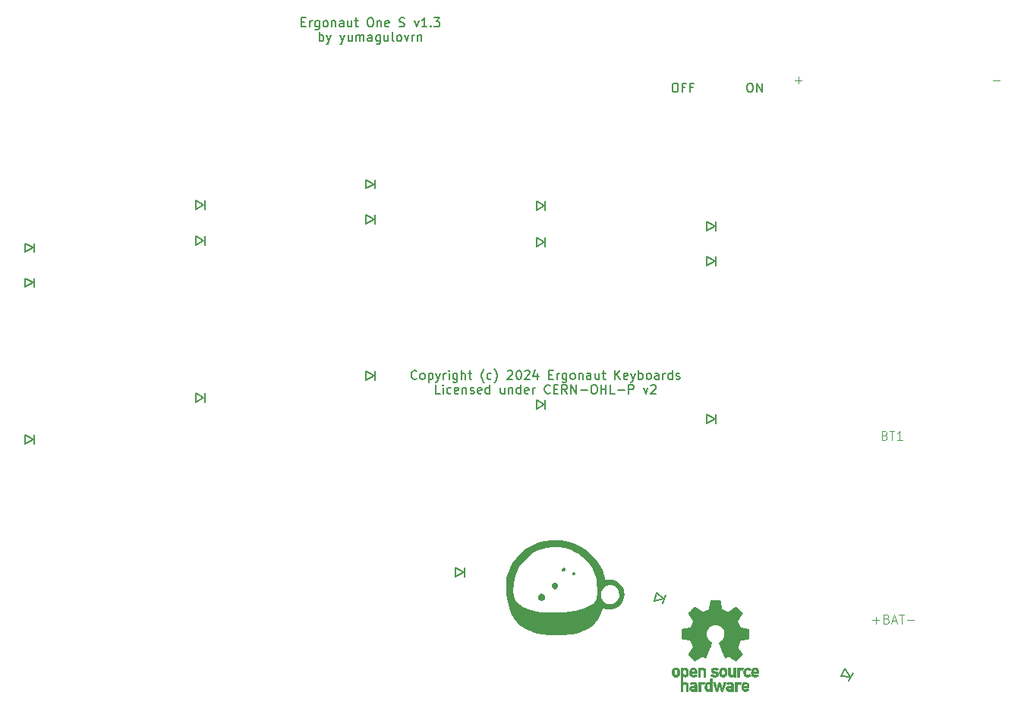
<source format=gto>
%TF.GenerationSoftware,KiCad,Pcbnew,8.0.5*%
%TF.CreationDate,2025-01-31T00:00:52+02:00*%
%TF.ProjectId,1_3S,315f3353-2e6b-4696-9361-645f70636258,rev?*%
%TF.SameCoordinates,Original*%
%TF.FileFunction,Legend,Top*%
%TF.FilePolarity,Positive*%
%FSLAX46Y46*%
G04 Gerber Fmt 4.6, Leading zero omitted, Abs format (unit mm)*
G04 Created by KiCad (PCBNEW 8.0.5) date 2025-01-31 00:00:52*
%MOMM*%
%LPD*%
G01*
G04 APERTURE LIST*
%ADD10C,0.200000*%
%ADD11C,0.100000*%
%ADD12C,0.150000*%
%ADD13C,0.010000*%
%ADD14C,0.000000*%
G04 APERTURE END LIST*
D10*
X133833332Y-52123437D02*
X134166665Y-52123437D01*
X134309522Y-52647247D02*
X133833332Y-52647247D01*
X133833332Y-52647247D02*
X133833332Y-51647247D01*
X133833332Y-51647247D02*
X134309522Y-51647247D01*
X134738094Y-52647247D02*
X134738094Y-51980580D01*
X134738094Y-52171056D02*
X134785713Y-52075818D01*
X134785713Y-52075818D02*
X134833332Y-52028199D01*
X134833332Y-52028199D02*
X134928570Y-51980580D01*
X134928570Y-51980580D02*
X135023808Y-51980580D01*
X135785713Y-51980580D02*
X135785713Y-52790104D01*
X135785713Y-52790104D02*
X135738094Y-52885342D01*
X135738094Y-52885342D02*
X135690475Y-52932961D01*
X135690475Y-52932961D02*
X135595237Y-52980580D01*
X135595237Y-52980580D02*
X135452380Y-52980580D01*
X135452380Y-52980580D02*
X135357142Y-52932961D01*
X135785713Y-52599628D02*
X135690475Y-52647247D01*
X135690475Y-52647247D02*
X135499999Y-52647247D01*
X135499999Y-52647247D02*
X135404761Y-52599628D01*
X135404761Y-52599628D02*
X135357142Y-52552008D01*
X135357142Y-52552008D02*
X135309523Y-52456770D01*
X135309523Y-52456770D02*
X135309523Y-52171056D01*
X135309523Y-52171056D02*
X135357142Y-52075818D01*
X135357142Y-52075818D02*
X135404761Y-52028199D01*
X135404761Y-52028199D02*
X135499999Y-51980580D01*
X135499999Y-51980580D02*
X135690475Y-51980580D01*
X135690475Y-51980580D02*
X135785713Y-52028199D01*
X136404761Y-52647247D02*
X136309523Y-52599628D01*
X136309523Y-52599628D02*
X136261904Y-52552008D01*
X136261904Y-52552008D02*
X136214285Y-52456770D01*
X136214285Y-52456770D02*
X136214285Y-52171056D01*
X136214285Y-52171056D02*
X136261904Y-52075818D01*
X136261904Y-52075818D02*
X136309523Y-52028199D01*
X136309523Y-52028199D02*
X136404761Y-51980580D01*
X136404761Y-51980580D02*
X136547618Y-51980580D01*
X136547618Y-51980580D02*
X136642856Y-52028199D01*
X136642856Y-52028199D02*
X136690475Y-52075818D01*
X136690475Y-52075818D02*
X136738094Y-52171056D01*
X136738094Y-52171056D02*
X136738094Y-52456770D01*
X136738094Y-52456770D02*
X136690475Y-52552008D01*
X136690475Y-52552008D02*
X136642856Y-52599628D01*
X136642856Y-52599628D02*
X136547618Y-52647247D01*
X136547618Y-52647247D02*
X136404761Y-52647247D01*
X137166666Y-51980580D02*
X137166666Y-52647247D01*
X137166666Y-52075818D02*
X137214285Y-52028199D01*
X137214285Y-52028199D02*
X137309523Y-51980580D01*
X137309523Y-51980580D02*
X137452380Y-51980580D01*
X137452380Y-51980580D02*
X137547618Y-52028199D01*
X137547618Y-52028199D02*
X137595237Y-52123437D01*
X137595237Y-52123437D02*
X137595237Y-52647247D01*
X138499999Y-52647247D02*
X138499999Y-52123437D01*
X138499999Y-52123437D02*
X138452380Y-52028199D01*
X138452380Y-52028199D02*
X138357142Y-51980580D01*
X138357142Y-51980580D02*
X138166666Y-51980580D01*
X138166666Y-51980580D02*
X138071428Y-52028199D01*
X138499999Y-52599628D02*
X138404761Y-52647247D01*
X138404761Y-52647247D02*
X138166666Y-52647247D01*
X138166666Y-52647247D02*
X138071428Y-52599628D01*
X138071428Y-52599628D02*
X138023809Y-52504389D01*
X138023809Y-52504389D02*
X138023809Y-52409151D01*
X138023809Y-52409151D02*
X138071428Y-52313913D01*
X138071428Y-52313913D02*
X138166666Y-52266294D01*
X138166666Y-52266294D02*
X138404761Y-52266294D01*
X138404761Y-52266294D02*
X138499999Y-52218675D01*
X139404761Y-51980580D02*
X139404761Y-52647247D01*
X138976190Y-51980580D02*
X138976190Y-52504389D01*
X138976190Y-52504389D02*
X139023809Y-52599628D01*
X139023809Y-52599628D02*
X139119047Y-52647247D01*
X139119047Y-52647247D02*
X139261904Y-52647247D01*
X139261904Y-52647247D02*
X139357142Y-52599628D01*
X139357142Y-52599628D02*
X139404761Y-52552008D01*
X139738095Y-51980580D02*
X140119047Y-51980580D01*
X139880952Y-51647247D02*
X139880952Y-52504389D01*
X139880952Y-52504389D02*
X139928571Y-52599628D01*
X139928571Y-52599628D02*
X140023809Y-52647247D01*
X140023809Y-52647247D02*
X140119047Y-52647247D01*
X141404762Y-51647247D02*
X141595238Y-51647247D01*
X141595238Y-51647247D02*
X141690476Y-51694866D01*
X141690476Y-51694866D02*
X141785714Y-51790104D01*
X141785714Y-51790104D02*
X141833333Y-51980580D01*
X141833333Y-51980580D02*
X141833333Y-52313913D01*
X141833333Y-52313913D02*
X141785714Y-52504389D01*
X141785714Y-52504389D02*
X141690476Y-52599628D01*
X141690476Y-52599628D02*
X141595238Y-52647247D01*
X141595238Y-52647247D02*
X141404762Y-52647247D01*
X141404762Y-52647247D02*
X141309524Y-52599628D01*
X141309524Y-52599628D02*
X141214286Y-52504389D01*
X141214286Y-52504389D02*
X141166667Y-52313913D01*
X141166667Y-52313913D02*
X141166667Y-51980580D01*
X141166667Y-51980580D02*
X141214286Y-51790104D01*
X141214286Y-51790104D02*
X141309524Y-51694866D01*
X141309524Y-51694866D02*
X141404762Y-51647247D01*
X142261905Y-51980580D02*
X142261905Y-52647247D01*
X142261905Y-52075818D02*
X142309524Y-52028199D01*
X142309524Y-52028199D02*
X142404762Y-51980580D01*
X142404762Y-51980580D02*
X142547619Y-51980580D01*
X142547619Y-51980580D02*
X142642857Y-52028199D01*
X142642857Y-52028199D02*
X142690476Y-52123437D01*
X142690476Y-52123437D02*
X142690476Y-52647247D01*
X143547619Y-52599628D02*
X143452381Y-52647247D01*
X143452381Y-52647247D02*
X143261905Y-52647247D01*
X143261905Y-52647247D02*
X143166667Y-52599628D01*
X143166667Y-52599628D02*
X143119048Y-52504389D01*
X143119048Y-52504389D02*
X143119048Y-52123437D01*
X143119048Y-52123437D02*
X143166667Y-52028199D01*
X143166667Y-52028199D02*
X143261905Y-51980580D01*
X143261905Y-51980580D02*
X143452381Y-51980580D01*
X143452381Y-51980580D02*
X143547619Y-52028199D01*
X143547619Y-52028199D02*
X143595238Y-52123437D01*
X143595238Y-52123437D02*
X143595238Y-52218675D01*
X143595238Y-52218675D02*
X143119048Y-52313913D01*
X144738096Y-52599628D02*
X144880953Y-52647247D01*
X144880953Y-52647247D02*
X145119048Y-52647247D01*
X145119048Y-52647247D02*
X145214286Y-52599628D01*
X145214286Y-52599628D02*
X145261905Y-52552008D01*
X145261905Y-52552008D02*
X145309524Y-52456770D01*
X145309524Y-52456770D02*
X145309524Y-52361532D01*
X145309524Y-52361532D02*
X145261905Y-52266294D01*
X145261905Y-52266294D02*
X145214286Y-52218675D01*
X145214286Y-52218675D02*
X145119048Y-52171056D01*
X145119048Y-52171056D02*
X144928572Y-52123437D01*
X144928572Y-52123437D02*
X144833334Y-52075818D01*
X144833334Y-52075818D02*
X144785715Y-52028199D01*
X144785715Y-52028199D02*
X144738096Y-51932961D01*
X144738096Y-51932961D02*
X144738096Y-51837723D01*
X144738096Y-51837723D02*
X144785715Y-51742485D01*
X144785715Y-51742485D02*
X144833334Y-51694866D01*
X144833334Y-51694866D02*
X144928572Y-51647247D01*
X144928572Y-51647247D02*
X145166667Y-51647247D01*
X145166667Y-51647247D02*
X145309524Y-51694866D01*
X146404763Y-51980580D02*
X146642858Y-52647247D01*
X146642858Y-52647247D02*
X146880953Y-51980580D01*
X147785715Y-52647247D02*
X147214287Y-52647247D01*
X147500001Y-52647247D02*
X147500001Y-51647247D01*
X147500001Y-51647247D02*
X147404763Y-51790104D01*
X147404763Y-51790104D02*
X147309525Y-51885342D01*
X147309525Y-51885342D02*
X147214287Y-51932961D01*
X148214287Y-52552008D02*
X148261906Y-52599628D01*
X148261906Y-52599628D02*
X148214287Y-52647247D01*
X148214287Y-52647247D02*
X148166668Y-52599628D01*
X148166668Y-52599628D02*
X148214287Y-52552008D01*
X148214287Y-52552008D02*
X148214287Y-52647247D01*
X148595239Y-51647247D02*
X149214286Y-51647247D01*
X149214286Y-51647247D02*
X148880953Y-52028199D01*
X148880953Y-52028199D02*
X149023810Y-52028199D01*
X149023810Y-52028199D02*
X149119048Y-52075818D01*
X149119048Y-52075818D02*
X149166667Y-52123437D01*
X149166667Y-52123437D02*
X149214286Y-52218675D01*
X149214286Y-52218675D02*
X149214286Y-52456770D01*
X149214286Y-52456770D02*
X149166667Y-52552008D01*
X149166667Y-52552008D02*
X149119048Y-52599628D01*
X149119048Y-52599628D02*
X149023810Y-52647247D01*
X149023810Y-52647247D02*
X148738096Y-52647247D01*
X148738096Y-52647247D02*
X148642858Y-52599628D01*
X148642858Y-52599628D02*
X148595239Y-52552008D01*
X135809523Y-54257191D02*
X135809523Y-53257191D01*
X135809523Y-53638143D02*
X135904761Y-53590524D01*
X135904761Y-53590524D02*
X136095237Y-53590524D01*
X136095237Y-53590524D02*
X136190475Y-53638143D01*
X136190475Y-53638143D02*
X136238094Y-53685762D01*
X136238094Y-53685762D02*
X136285713Y-53781000D01*
X136285713Y-53781000D02*
X136285713Y-54066714D01*
X136285713Y-54066714D02*
X136238094Y-54161952D01*
X136238094Y-54161952D02*
X136190475Y-54209572D01*
X136190475Y-54209572D02*
X136095237Y-54257191D01*
X136095237Y-54257191D02*
X135904761Y-54257191D01*
X135904761Y-54257191D02*
X135809523Y-54209572D01*
X136619047Y-53590524D02*
X136857142Y-54257191D01*
X137095237Y-53590524D02*
X136857142Y-54257191D01*
X136857142Y-54257191D02*
X136761904Y-54495286D01*
X136761904Y-54495286D02*
X136714285Y-54542905D01*
X136714285Y-54542905D02*
X136619047Y-54590524D01*
X138142857Y-53590524D02*
X138380952Y-54257191D01*
X138619047Y-53590524D02*
X138380952Y-54257191D01*
X138380952Y-54257191D02*
X138285714Y-54495286D01*
X138285714Y-54495286D02*
X138238095Y-54542905D01*
X138238095Y-54542905D02*
X138142857Y-54590524D01*
X139428571Y-53590524D02*
X139428571Y-54257191D01*
X139000000Y-53590524D02*
X139000000Y-54114333D01*
X139000000Y-54114333D02*
X139047619Y-54209572D01*
X139047619Y-54209572D02*
X139142857Y-54257191D01*
X139142857Y-54257191D02*
X139285714Y-54257191D01*
X139285714Y-54257191D02*
X139380952Y-54209572D01*
X139380952Y-54209572D02*
X139428571Y-54161952D01*
X139904762Y-54257191D02*
X139904762Y-53590524D01*
X139904762Y-53685762D02*
X139952381Y-53638143D01*
X139952381Y-53638143D02*
X140047619Y-53590524D01*
X140047619Y-53590524D02*
X140190476Y-53590524D01*
X140190476Y-53590524D02*
X140285714Y-53638143D01*
X140285714Y-53638143D02*
X140333333Y-53733381D01*
X140333333Y-53733381D02*
X140333333Y-54257191D01*
X140333333Y-53733381D02*
X140380952Y-53638143D01*
X140380952Y-53638143D02*
X140476190Y-53590524D01*
X140476190Y-53590524D02*
X140619047Y-53590524D01*
X140619047Y-53590524D02*
X140714286Y-53638143D01*
X140714286Y-53638143D02*
X140761905Y-53733381D01*
X140761905Y-53733381D02*
X140761905Y-54257191D01*
X141666666Y-54257191D02*
X141666666Y-53733381D01*
X141666666Y-53733381D02*
X141619047Y-53638143D01*
X141619047Y-53638143D02*
X141523809Y-53590524D01*
X141523809Y-53590524D02*
X141333333Y-53590524D01*
X141333333Y-53590524D02*
X141238095Y-53638143D01*
X141666666Y-54209572D02*
X141571428Y-54257191D01*
X141571428Y-54257191D02*
X141333333Y-54257191D01*
X141333333Y-54257191D02*
X141238095Y-54209572D01*
X141238095Y-54209572D02*
X141190476Y-54114333D01*
X141190476Y-54114333D02*
X141190476Y-54019095D01*
X141190476Y-54019095D02*
X141238095Y-53923857D01*
X141238095Y-53923857D02*
X141333333Y-53876238D01*
X141333333Y-53876238D02*
X141571428Y-53876238D01*
X141571428Y-53876238D02*
X141666666Y-53828619D01*
X142571428Y-53590524D02*
X142571428Y-54400048D01*
X142571428Y-54400048D02*
X142523809Y-54495286D01*
X142523809Y-54495286D02*
X142476190Y-54542905D01*
X142476190Y-54542905D02*
X142380952Y-54590524D01*
X142380952Y-54590524D02*
X142238095Y-54590524D01*
X142238095Y-54590524D02*
X142142857Y-54542905D01*
X142571428Y-54209572D02*
X142476190Y-54257191D01*
X142476190Y-54257191D02*
X142285714Y-54257191D01*
X142285714Y-54257191D02*
X142190476Y-54209572D01*
X142190476Y-54209572D02*
X142142857Y-54161952D01*
X142142857Y-54161952D02*
X142095238Y-54066714D01*
X142095238Y-54066714D02*
X142095238Y-53781000D01*
X142095238Y-53781000D02*
X142142857Y-53685762D01*
X142142857Y-53685762D02*
X142190476Y-53638143D01*
X142190476Y-53638143D02*
X142285714Y-53590524D01*
X142285714Y-53590524D02*
X142476190Y-53590524D01*
X142476190Y-53590524D02*
X142571428Y-53638143D01*
X143476190Y-53590524D02*
X143476190Y-54257191D01*
X143047619Y-53590524D02*
X143047619Y-54114333D01*
X143047619Y-54114333D02*
X143095238Y-54209572D01*
X143095238Y-54209572D02*
X143190476Y-54257191D01*
X143190476Y-54257191D02*
X143333333Y-54257191D01*
X143333333Y-54257191D02*
X143428571Y-54209572D01*
X143428571Y-54209572D02*
X143476190Y-54161952D01*
X144095238Y-54257191D02*
X144000000Y-54209572D01*
X144000000Y-54209572D02*
X143952381Y-54114333D01*
X143952381Y-54114333D02*
X143952381Y-53257191D01*
X144619048Y-54257191D02*
X144523810Y-54209572D01*
X144523810Y-54209572D02*
X144476191Y-54161952D01*
X144476191Y-54161952D02*
X144428572Y-54066714D01*
X144428572Y-54066714D02*
X144428572Y-53781000D01*
X144428572Y-53781000D02*
X144476191Y-53685762D01*
X144476191Y-53685762D02*
X144523810Y-53638143D01*
X144523810Y-53638143D02*
X144619048Y-53590524D01*
X144619048Y-53590524D02*
X144761905Y-53590524D01*
X144761905Y-53590524D02*
X144857143Y-53638143D01*
X144857143Y-53638143D02*
X144904762Y-53685762D01*
X144904762Y-53685762D02*
X144952381Y-53781000D01*
X144952381Y-53781000D02*
X144952381Y-54066714D01*
X144952381Y-54066714D02*
X144904762Y-54161952D01*
X144904762Y-54161952D02*
X144857143Y-54209572D01*
X144857143Y-54209572D02*
X144761905Y-54257191D01*
X144761905Y-54257191D02*
X144619048Y-54257191D01*
X145285715Y-53590524D02*
X145523810Y-54257191D01*
X145523810Y-54257191D02*
X145761905Y-53590524D01*
X146142858Y-54257191D02*
X146142858Y-53590524D01*
X146142858Y-53781000D02*
X146190477Y-53685762D01*
X146190477Y-53685762D02*
X146238096Y-53638143D01*
X146238096Y-53638143D02*
X146333334Y-53590524D01*
X146333334Y-53590524D02*
X146428572Y-53590524D01*
X146761906Y-53590524D02*
X146761906Y-54257191D01*
X146761906Y-53685762D02*
X146809525Y-53638143D01*
X146809525Y-53638143D02*
X146904763Y-53590524D01*
X146904763Y-53590524D02*
X147047620Y-53590524D01*
X147047620Y-53590524D02*
X147142858Y-53638143D01*
X147142858Y-53638143D02*
X147190477Y-53733381D01*
X147190477Y-53733381D02*
X147190477Y-54257191D01*
X146655044Y-91881008D02*
X146607425Y-91928628D01*
X146607425Y-91928628D02*
X146464568Y-91976247D01*
X146464568Y-91976247D02*
X146369330Y-91976247D01*
X146369330Y-91976247D02*
X146226473Y-91928628D01*
X146226473Y-91928628D02*
X146131235Y-91833389D01*
X146131235Y-91833389D02*
X146083616Y-91738151D01*
X146083616Y-91738151D02*
X146035997Y-91547675D01*
X146035997Y-91547675D02*
X146035997Y-91404818D01*
X146035997Y-91404818D02*
X146083616Y-91214342D01*
X146083616Y-91214342D02*
X146131235Y-91119104D01*
X146131235Y-91119104D02*
X146226473Y-91023866D01*
X146226473Y-91023866D02*
X146369330Y-90976247D01*
X146369330Y-90976247D02*
X146464568Y-90976247D01*
X146464568Y-90976247D02*
X146607425Y-91023866D01*
X146607425Y-91023866D02*
X146655044Y-91071485D01*
X147226473Y-91976247D02*
X147131235Y-91928628D01*
X147131235Y-91928628D02*
X147083616Y-91881008D01*
X147083616Y-91881008D02*
X147035997Y-91785770D01*
X147035997Y-91785770D02*
X147035997Y-91500056D01*
X147035997Y-91500056D02*
X147083616Y-91404818D01*
X147083616Y-91404818D02*
X147131235Y-91357199D01*
X147131235Y-91357199D02*
X147226473Y-91309580D01*
X147226473Y-91309580D02*
X147369330Y-91309580D01*
X147369330Y-91309580D02*
X147464568Y-91357199D01*
X147464568Y-91357199D02*
X147512187Y-91404818D01*
X147512187Y-91404818D02*
X147559806Y-91500056D01*
X147559806Y-91500056D02*
X147559806Y-91785770D01*
X147559806Y-91785770D02*
X147512187Y-91881008D01*
X147512187Y-91881008D02*
X147464568Y-91928628D01*
X147464568Y-91928628D02*
X147369330Y-91976247D01*
X147369330Y-91976247D02*
X147226473Y-91976247D01*
X147988378Y-91309580D02*
X147988378Y-92309580D01*
X147988378Y-91357199D02*
X148083616Y-91309580D01*
X148083616Y-91309580D02*
X148274092Y-91309580D01*
X148274092Y-91309580D02*
X148369330Y-91357199D01*
X148369330Y-91357199D02*
X148416949Y-91404818D01*
X148416949Y-91404818D02*
X148464568Y-91500056D01*
X148464568Y-91500056D02*
X148464568Y-91785770D01*
X148464568Y-91785770D02*
X148416949Y-91881008D01*
X148416949Y-91881008D02*
X148369330Y-91928628D01*
X148369330Y-91928628D02*
X148274092Y-91976247D01*
X148274092Y-91976247D02*
X148083616Y-91976247D01*
X148083616Y-91976247D02*
X147988378Y-91928628D01*
X148797902Y-91309580D02*
X149035997Y-91976247D01*
X149274092Y-91309580D02*
X149035997Y-91976247D01*
X149035997Y-91976247D02*
X148940759Y-92214342D01*
X148940759Y-92214342D02*
X148893140Y-92261961D01*
X148893140Y-92261961D02*
X148797902Y-92309580D01*
X149655045Y-91976247D02*
X149655045Y-91309580D01*
X149655045Y-91500056D02*
X149702664Y-91404818D01*
X149702664Y-91404818D02*
X149750283Y-91357199D01*
X149750283Y-91357199D02*
X149845521Y-91309580D01*
X149845521Y-91309580D02*
X149940759Y-91309580D01*
X150274093Y-91976247D02*
X150274093Y-91309580D01*
X150274093Y-90976247D02*
X150226474Y-91023866D01*
X150226474Y-91023866D02*
X150274093Y-91071485D01*
X150274093Y-91071485D02*
X150321712Y-91023866D01*
X150321712Y-91023866D02*
X150274093Y-90976247D01*
X150274093Y-90976247D02*
X150274093Y-91071485D01*
X151178854Y-91309580D02*
X151178854Y-92119104D01*
X151178854Y-92119104D02*
X151131235Y-92214342D01*
X151131235Y-92214342D02*
X151083616Y-92261961D01*
X151083616Y-92261961D02*
X150988378Y-92309580D01*
X150988378Y-92309580D02*
X150845521Y-92309580D01*
X150845521Y-92309580D02*
X150750283Y-92261961D01*
X151178854Y-91928628D02*
X151083616Y-91976247D01*
X151083616Y-91976247D02*
X150893140Y-91976247D01*
X150893140Y-91976247D02*
X150797902Y-91928628D01*
X150797902Y-91928628D02*
X150750283Y-91881008D01*
X150750283Y-91881008D02*
X150702664Y-91785770D01*
X150702664Y-91785770D02*
X150702664Y-91500056D01*
X150702664Y-91500056D02*
X150750283Y-91404818D01*
X150750283Y-91404818D02*
X150797902Y-91357199D01*
X150797902Y-91357199D02*
X150893140Y-91309580D01*
X150893140Y-91309580D02*
X151083616Y-91309580D01*
X151083616Y-91309580D02*
X151178854Y-91357199D01*
X151655045Y-91976247D02*
X151655045Y-90976247D01*
X152083616Y-91976247D02*
X152083616Y-91452437D01*
X152083616Y-91452437D02*
X152035997Y-91357199D01*
X152035997Y-91357199D02*
X151940759Y-91309580D01*
X151940759Y-91309580D02*
X151797902Y-91309580D01*
X151797902Y-91309580D02*
X151702664Y-91357199D01*
X151702664Y-91357199D02*
X151655045Y-91404818D01*
X152416950Y-91309580D02*
X152797902Y-91309580D01*
X152559807Y-90976247D02*
X152559807Y-91833389D01*
X152559807Y-91833389D02*
X152607426Y-91928628D01*
X152607426Y-91928628D02*
X152702664Y-91976247D01*
X152702664Y-91976247D02*
X152797902Y-91976247D01*
X154178855Y-92357199D02*
X154131236Y-92309580D01*
X154131236Y-92309580D02*
X154035998Y-92166723D01*
X154035998Y-92166723D02*
X153988379Y-92071485D01*
X153988379Y-92071485D02*
X153940760Y-91928628D01*
X153940760Y-91928628D02*
X153893141Y-91690532D01*
X153893141Y-91690532D02*
X153893141Y-91500056D01*
X153893141Y-91500056D02*
X153940760Y-91261961D01*
X153940760Y-91261961D02*
X153988379Y-91119104D01*
X153988379Y-91119104D02*
X154035998Y-91023866D01*
X154035998Y-91023866D02*
X154131236Y-90881008D01*
X154131236Y-90881008D02*
X154178855Y-90833389D01*
X154988379Y-91928628D02*
X154893141Y-91976247D01*
X154893141Y-91976247D02*
X154702665Y-91976247D01*
X154702665Y-91976247D02*
X154607427Y-91928628D01*
X154607427Y-91928628D02*
X154559808Y-91881008D01*
X154559808Y-91881008D02*
X154512189Y-91785770D01*
X154512189Y-91785770D02*
X154512189Y-91500056D01*
X154512189Y-91500056D02*
X154559808Y-91404818D01*
X154559808Y-91404818D02*
X154607427Y-91357199D01*
X154607427Y-91357199D02*
X154702665Y-91309580D01*
X154702665Y-91309580D02*
X154893141Y-91309580D01*
X154893141Y-91309580D02*
X154988379Y-91357199D01*
X155321713Y-92357199D02*
X155369332Y-92309580D01*
X155369332Y-92309580D02*
X155464570Y-92166723D01*
X155464570Y-92166723D02*
X155512189Y-92071485D01*
X155512189Y-92071485D02*
X155559808Y-91928628D01*
X155559808Y-91928628D02*
X155607427Y-91690532D01*
X155607427Y-91690532D02*
X155607427Y-91500056D01*
X155607427Y-91500056D02*
X155559808Y-91261961D01*
X155559808Y-91261961D02*
X155512189Y-91119104D01*
X155512189Y-91119104D02*
X155464570Y-91023866D01*
X155464570Y-91023866D02*
X155369332Y-90881008D01*
X155369332Y-90881008D02*
X155321713Y-90833389D01*
X156797904Y-91071485D02*
X156845523Y-91023866D01*
X156845523Y-91023866D02*
X156940761Y-90976247D01*
X156940761Y-90976247D02*
X157178856Y-90976247D01*
X157178856Y-90976247D02*
X157274094Y-91023866D01*
X157274094Y-91023866D02*
X157321713Y-91071485D01*
X157321713Y-91071485D02*
X157369332Y-91166723D01*
X157369332Y-91166723D02*
X157369332Y-91261961D01*
X157369332Y-91261961D02*
X157321713Y-91404818D01*
X157321713Y-91404818D02*
X156750285Y-91976247D01*
X156750285Y-91976247D02*
X157369332Y-91976247D01*
X157988380Y-90976247D02*
X158083618Y-90976247D01*
X158083618Y-90976247D02*
X158178856Y-91023866D01*
X158178856Y-91023866D02*
X158226475Y-91071485D01*
X158226475Y-91071485D02*
X158274094Y-91166723D01*
X158274094Y-91166723D02*
X158321713Y-91357199D01*
X158321713Y-91357199D02*
X158321713Y-91595294D01*
X158321713Y-91595294D02*
X158274094Y-91785770D01*
X158274094Y-91785770D02*
X158226475Y-91881008D01*
X158226475Y-91881008D02*
X158178856Y-91928628D01*
X158178856Y-91928628D02*
X158083618Y-91976247D01*
X158083618Y-91976247D02*
X157988380Y-91976247D01*
X157988380Y-91976247D02*
X157893142Y-91928628D01*
X157893142Y-91928628D02*
X157845523Y-91881008D01*
X157845523Y-91881008D02*
X157797904Y-91785770D01*
X157797904Y-91785770D02*
X157750285Y-91595294D01*
X157750285Y-91595294D02*
X157750285Y-91357199D01*
X157750285Y-91357199D02*
X157797904Y-91166723D01*
X157797904Y-91166723D02*
X157845523Y-91071485D01*
X157845523Y-91071485D02*
X157893142Y-91023866D01*
X157893142Y-91023866D02*
X157988380Y-90976247D01*
X158702666Y-91071485D02*
X158750285Y-91023866D01*
X158750285Y-91023866D02*
X158845523Y-90976247D01*
X158845523Y-90976247D02*
X159083618Y-90976247D01*
X159083618Y-90976247D02*
X159178856Y-91023866D01*
X159178856Y-91023866D02*
X159226475Y-91071485D01*
X159226475Y-91071485D02*
X159274094Y-91166723D01*
X159274094Y-91166723D02*
X159274094Y-91261961D01*
X159274094Y-91261961D02*
X159226475Y-91404818D01*
X159226475Y-91404818D02*
X158655047Y-91976247D01*
X158655047Y-91976247D02*
X159274094Y-91976247D01*
X160131237Y-91309580D02*
X160131237Y-91976247D01*
X159893142Y-90928628D02*
X159655047Y-91642913D01*
X159655047Y-91642913D02*
X160274094Y-91642913D01*
X161416952Y-91452437D02*
X161750285Y-91452437D01*
X161893142Y-91976247D02*
X161416952Y-91976247D01*
X161416952Y-91976247D02*
X161416952Y-90976247D01*
X161416952Y-90976247D02*
X161893142Y-90976247D01*
X162321714Y-91976247D02*
X162321714Y-91309580D01*
X162321714Y-91500056D02*
X162369333Y-91404818D01*
X162369333Y-91404818D02*
X162416952Y-91357199D01*
X162416952Y-91357199D02*
X162512190Y-91309580D01*
X162512190Y-91309580D02*
X162607428Y-91309580D01*
X163369333Y-91309580D02*
X163369333Y-92119104D01*
X163369333Y-92119104D02*
X163321714Y-92214342D01*
X163321714Y-92214342D02*
X163274095Y-92261961D01*
X163274095Y-92261961D02*
X163178857Y-92309580D01*
X163178857Y-92309580D02*
X163036000Y-92309580D01*
X163036000Y-92309580D02*
X162940762Y-92261961D01*
X163369333Y-91928628D02*
X163274095Y-91976247D01*
X163274095Y-91976247D02*
X163083619Y-91976247D01*
X163083619Y-91976247D02*
X162988381Y-91928628D01*
X162988381Y-91928628D02*
X162940762Y-91881008D01*
X162940762Y-91881008D02*
X162893143Y-91785770D01*
X162893143Y-91785770D02*
X162893143Y-91500056D01*
X162893143Y-91500056D02*
X162940762Y-91404818D01*
X162940762Y-91404818D02*
X162988381Y-91357199D01*
X162988381Y-91357199D02*
X163083619Y-91309580D01*
X163083619Y-91309580D02*
X163274095Y-91309580D01*
X163274095Y-91309580D02*
X163369333Y-91357199D01*
X163988381Y-91976247D02*
X163893143Y-91928628D01*
X163893143Y-91928628D02*
X163845524Y-91881008D01*
X163845524Y-91881008D02*
X163797905Y-91785770D01*
X163797905Y-91785770D02*
X163797905Y-91500056D01*
X163797905Y-91500056D02*
X163845524Y-91404818D01*
X163845524Y-91404818D02*
X163893143Y-91357199D01*
X163893143Y-91357199D02*
X163988381Y-91309580D01*
X163988381Y-91309580D02*
X164131238Y-91309580D01*
X164131238Y-91309580D02*
X164226476Y-91357199D01*
X164226476Y-91357199D02*
X164274095Y-91404818D01*
X164274095Y-91404818D02*
X164321714Y-91500056D01*
X164321714Y-91500056D02*
X164321714Y-91785770D01*
X164321714Y-91785770D02*
X164274095Y-91881008D01*
X164274095Y-91881008D02*
X164226476Y-91928628D01*
X164226476Y-91928628D02*
X164131238Y-91976247D01*
X164131238Y-91976247D02*
X163988381Y-91976247D01*
X164750286Y-91309580D02*
X164750286Y-91976247D01*
X164750286Y-91404818D02*
X164797905Y-91357199D01*
X164797905Y-91357199D02*
X164893143Y-91309580D01*
X164893143Y-91309580D02*
X165036000Y-91309580D01*
X165036000Y-91309580D02*
X165131238Y-91357199D01*
X165131238Y-91357199D02*
X165178857Y-91452437D01*
X165178857Y-91452437D02*
X165178857Y-91976247D01*
X166083619Y-91976247D02*
X166083619Y-91452437D01*
X166083619Y-91452437D02*
X166036000Y-91357199D01*
X166036000Y-91357199D02*
X165940762Y-91309580D01*
X165940762Y-91309580D02*
X165750286Y-91309580D01*
X165750286Y-91309580D02*
X165655048Y-91357199D01*
X166083619Y-91928628D02*
X165988381Y-91976247D01*
X165988381Y-91976247D02*
X165750286Y-91976247D01*
X165750286Y-91976247D02*
X165655048Y-91928628D01*
X165655048Y-91928628D02*
X165607429Y-91833389D01*
X165607429Y-91833389D02*
X165607429Y-91738151D01*
X165607429Y-91738151D02*
X165655048Y-91642913D01*
X165655048Y-91642913D02*
X165750286Y-91595294D01*
X165750286Y-91595294D02*
X165988381Y-91595294D01*
X165988381Y-91595294D02*
X166083619Y-91547675D01*
X166988381Y-91309580D02*
X166988381Y-91976247D01*
X166559810Y-91309580D02*
X166559810Y-91833389D01*
X166559810Y-91833389D02*
X166607429Y-91928628D01*
X166607429Y-91928628D02*
X166702667Y-91976247D01*
X166702667Y-91976247D02*
X166845524Y-91976247D01*
X166845524Y-91976247D02*
X166940762Y-91928628D01*
X166940762Y-91928628D02*
X166988381Y-91881008D01*
X167321715Y-91309580D02*
X167702667Y-91309580D01*
X167464572Y-90976247D02*
X167464572Y-91833389D01*
X167464572Y-91833389D02*
X167512191Y-91928628D01*
X167512191Y-91928628D02*
X167607429Y-91976247D01*
X167607429Y-91976247D02*
X167702667Y-91976247D01*
X168797906Y-91976247D02*
X168797906Y-90976247D01*
X169369334Y-91976247D02*
X168940763Y-91404818D01*
X169369334Y-90976247D02*
X168797906Y-91547675D01*
X170178858Y-91928628D02*
X170083620Y-91976247D01*
X170083620Y-91976247D02*
X169893144Y-91976247D01*
X169893144Y-91976247D02*
X169797906Y-91928628D01*
X169797906Y-91928628D02*
X169750287Y-91833389D01*
X169750287Y-91833389D02*
X169750287Y-91452437D01*
X169750287Y-91452437D02*
X169797906Y-91357199D01*
X169797906Y-91357199D02*
X169893144Y-91309580D01*
X169893144Y-91309580D02*
X170083620Y-91309580D01*
X170083620Y-91309580D02*
X170178858Y-91357199D01*
X170178858Y-91357199D02*
X170226477Y-91452437D01*
X170226477Y-91452437D02*
X170226477Y-91547675D01*
X170226477Y-91547675D02*
X169750287Y-91642913D01*
X170559811Y-91309580D02*
X170797906Y-91976247D01*
X171036001Y-91309580D02*
X170797906Y-91976247D01*
X170797906Y-91976247D02*
X170702668Y-92214342D01*
X170702668Y-92214342D02*
X170655049Y-92261961D01*
X170655049Y-92261961D02*
X170559811Y-92309580D01*
X171416954Y-91976247D02*
X171416954Y-90976247D01*
X171416954Y-91357199D02*
X171512192Y-91309580D01*
X171512192Y-91309580D02*
X171702668Y-91309580D01*
X171702668Y-91309580D02*
X171797906Y-91357199D01*
X171797906Y-91357199D02*
X171845525Y-91404818D01*
X171845525Y-91404818D02*
X171893144Y-91500056D01*
X171893144Y-91500056D02*
X171893144Y-91785770D01*
X171893144Y-91785770D02*
X171845525Y-91881008D01*
X171845525Y-91881008D02*
X171797906Y-91928628D01*
X171797906Y-91928628D02*
X171702668Y-91976247D01*
X171702668Y-91976247D02*
X171512192Y-91976247D01*
X171512192Y-91976247D02*
X171416954Y-91928628D01*
X172464573Y-91976247D02*
X172369335Y-91928628D01*
X172369335Y-91928628D02*
X172321716Y-91881008D01*
X172321716Y-91881008D02*
X172274097Y-91785770D01*
X172274097Y-91785770D02*
X172274097Y-91500056D01*
X172274097Y-91500056D02*
X172321716Y-91404818D01*
X172321716Y-91404818D02*
X172369335Y-91357199D01*
X172369335Y-91357199D02*
X172464573Y-91309580D01*
X172464573Y-91309580D02*
X172607430Y-91309580D01*
X172607430Y-91309580D02*
X172702668Y-91357199D01*
X172702668Y-91357199D02*
X172750287Y-91404818D01*
X172750287Y-91404818D02*
X172797906Y-91500056D01*
X172797906Y-91500056D02*
X172797906Y-91785770D01*
X172797906Y-91785770D02*
X172750287Y-91881008D01*
X172750287Y-91881008D02*
X172702668Y-91928628D01*
X172702668Y-91928628D02*
X172607430Y-91976247D01*
X172607430Y-91976247D02*
X172464573Y-91976247D01*
X173655049Y-91976247D02*
X173655049Y-91452437D01*
X173655049Y-91452437D02*
X173607430Y-91357199D01*
X173607430Y-91357199D02*
X173512192Y-91309580D01*
X173512192Y-91309580D02*
X173321716Y-91309580D01*
X173321716Y-91309580D02*
X173226478Y-91357199D01*
X173655049Y-91928628D02*
X173559811Y-91976247D01*
X173559811Y-91976247D02*
X173321716Y-91976247D01*
X173321716Y-91976247D02*
X173226478Y-91928628D01*
X173226478Y-91928628D02*
X173178859Y-91833389D01*
X173178859Y-91833389D02*
X173178859Y-91738151D01*
X173178859Y-91738151D02*
X173226478Y-91642913D01*
X173226478Y-91642913D02*
X173321716Y-91595294D01*
X173321716Y-91595294D02*
X173559811Y-91595294D01*
X173559811Y-91595294D02*
X173655049Y-91547675D01*
X174131240Y-91976247D02*
X174131240Y-91309580D01*
X174131240Y-91500056D02*
X174178859Y-91404818D01*
X174178859Y-91404818D02*
X174226478Y-91357199D01*
X174226478Y-91357199D02*
X174321716Y-91309580D01*
X174321716Y-91309580D02*
X174416954Y-91309580D01*
X175178859Y-91976247D02*
X175178859Y-90976247D01*
X175178859Y-91928628D02*
X175083621Y-91976247D01*
X175083621Y-91976247D02*
X174893145Y-91976247D01*
X174893145Y-91976247D02*
X174797907Y-91928628D01*
X174797907Y-91928628D02*
X174750288Y-91881008D01*
X174750288Y-91881008D02*
X174702669Y-91785770D01*
X174702669Y-91785770D02*
X174702669Y-91500056D01*
X174702669Y-91500056D02*
X174750288Y-91404818D01*
X174750288Y-91404818D02*
X174797907Y-91357199D01*
X174797907Y-91357199D02*
X174893145Y-91309580D01*
X174893145Y-91309580D02*
X175083621Y-91309580D01*
X175083621Y-91309580D02*
X175178859Y-91357199D01*
X175607431Y-91928628D02*
X175702669Y-91976247D01*
X175702669Y-91976247D02*
X175893145Y-91976247D01*
X175893145Y-91976247D02*
X175988383Y-91928628D01*
X175988383Y-91928628D02*
X176036002Y-91833389D01*
X176036002Y-91833389D02*
X176036002Y-91785770D01*
X176036002Y-91785770D02*
X175988383Y-91690532D01*
X175988383Y-91690532D02*
X175893145Y-91642913D01*
X175893145Y-91642913D02*
X175750288Y-91642913D01*
X175750288Y-91642913D02*
X175655050Y-91595294D01*
X175655050Y-91595294D02*
X175607431Y-91500056D01*
X175607431Y-91500056D02*
X175607431Y-91452437D01*
X175607431Y-91452437D02*
X175655050Y-91357199D01*
X175655050Y-91357199D02*
X175750288Y-91309580D01*
X175750288Y-91309580D02*
X175893145Y-91309580D01*
X175893145Y-91309580D02*
X175988383Y-91357199D01*
X149250284Y-93586191D02*
X148774094Y-93586191D01*
X148774094Y-93586191D02*
X148774094Y-92586191D01*
X149583618Y-93586191D02*
X149583618Y-92919524D01*
X149583618Y-92586191D02*
X149535999Y-92633810D01*
X149535999Y-92633810D02*
X149583618Y-92681429D01*
X149583618Y-92681429D02*
X149631237Y-92633810D01*
X149631237Y-92633810D02*
X149583618Y-92586191D01*
X149583618Y-92586191D02*
X149583618Y-92681429D01*
X150488379Y-93538572D02*
X150393141Y-93586191D01*
X150393141Y-93586191D02*
X150202665Y-93586191D01*
X150202665Y-93586191D02*
X150107427Y-93538572D01*
X150107427Y-93538572D02*
X150059808Y-93490952D01*
X150059808Y-93490952D02*
X150012189Y-93395714D01*
X150012189Y-93395714D02*
X150012189Y-93110000D01*
X150012189Y-93110000D02*
X150059808Y-93014762D01*
X150059808Y-93014762D02*
X150107427Y-92967143D01*
X150107427Y-92967143D02*
X150202665Y-92919524D01*
X150202665Y-92919524D02*
X150393141Y-92919524D01*
X150393141Y-92919524D02*
X150488379Y-92967143D01*
X151297903Y-93538572D02*
X151202665Y-93586191D01*
X151202665Y-93586191D02*
X151012189Y-93586191D01*
X151012189Y-93586191D02*
X150916951Y-93538572D01*
X150916951Y-93538572D02*
X150869332Y-93443333D01*
X150869332Y-93443333D02*
X150869332Y-93062381D01*
X150869332Y-93062381D02*
X150916951Y-92967143D01*
X150916951Y-92967143D02*
X151012189Y-92919524D01*
X151012189Y-92919524D02*
X151202665Y-92919524D01*
X151202665Y-92919524D02*
X151297903Y-92967143D01*
X151297903Y-92967143D02*
X151345522Y-93062381D01*
X151345522Y-93062381D02*
X151345522Y-93157619D01*
X151345522Y-93157619D02*
X150869332Y-93252857D01*
X151774094Y-92919524D02*
X151774094Y-93586191D01*
X151774094Y-93014762D02*
X151821713Y-92967143D01*
X151821713Y-92967143D02*
X151916951Y-92919524D01*
X151916951Y-92919524D02*
X152059808Y-92919524D01*
X152059808Y-92919524D02*
X152155046Y-92967143D01*
X152155046Y-92967143D02*
X152202665Y-93062381D01*
X152202665Y-93062381D02*
X152202665Y-93586191D01*
X152631237Y-93538572D02*
X152726475Y-93586191D01*
X152726475Y-93586191D02*
X152916951Y-93586191D01*
X152916951Y-93586191D02*
X153012189Y-93538572D01*
X153012189Y-93538572D02*
X153059808Y-93443333D01*
X153059808Y-93443333D02*
X153059808Y-93395714D01*
X153059808Y-93395714D02*
X153012189Y-93300476D01*
X153012189Y-93300476D02*
X152916951Y-93252857D01*
X152916951Y-93252857D02*
X152774094Y-93252857D01*
X152774094Y-93252857D02*
X152678856Y-93205238D01*
X152678856Y-93205238D02*
X152631237Y-93110000D01*
X152631237Y-93110000D02*
X152631237Y-93062381D01*
X152631237Y-93062381D02*
X152678856Y-92967143D01*
X152678856Y-92967143D02*
X152774094Y-92919524D01*
X152774094Y-92919524D02*
X152916951Y-92919524D01*
X152916951Y-92919524D02*
X153012189Y-92967143D01*
X153869332Y-93538572D02*
X153774094Y-93586191D01*
X153774094Y-93586191D02*
X153583618Y-93586191D01*
X153583618Y-93586191D02*
X153488380Y-93538572D01*
X153488380Y-93538572D02*
X153440761Y-93443333D01*
X153440761Y-93443333D02*
X153440761Y-93062381D01*
X153440761Y-93062381D02*
X153488380Y-92967143D01*
X153488380Y-92967143D02*
X153583618Y-92919524D01*
X153583618Y-92919524D02*
X153774094Y-92919524D01*
X153774094Y-92919524D02*
X153869332Y-92967143D01*
X153869332Y-92967143D02*
X153916951Y-93062381D01*
X153916951Y-93062381D02*
X153916951Y-93157619D01*
X153916951Y-93157619D02*
X153440761Y-93252857D01*
X154774094Y-93586191D02*
X154774094Y-92586191D01*
X154774094Y-93538572D02*
X154678856Y-93586191D01*
X154678856Y-93586191D02*
X154488380Y-93586191D01*
X154488380Y-93586191D02*
X154393142Y-93538572D01*
X154393142Y-93538572D02*
X154345523Y-93490952D01*
X154345523Y-93490952D02*
X154297904Y-93395714D01*
X154297904Y-93395714D02*
X154297904Y-93110000D01*
X154297904Y-93110000D02*
X154345523Y-93014762D01*
X154345523Y-93014762D02*
X154393142Y-92967143D01*
X154393142Y-92967143D02*
X154488380Y-92919524D01*
X154488380Y-92919524D02*
X154678856Y-92919524D01*
X154678856Y-92919524D02*
X154774094Y-92967143D01*
X156440761Y-92919524D02*
X156440761Y-93586191D01*
X156012190Y-92919524D02*
X156012190Y-93443333D01*
X156012190Y-93443333D02*
X156059809Y-93538572D01*
X156059809Y-93538572D02*
X156155047Y-93586191D01*
X156155047Y-93586191D02*
X156297904Y-93586191D01*
X156297904Y-93586191D02*
X156393142Y-93538572D01*
X156393142Y-93538572D02*
X156440761Y-93490952D01*
X156916952Y-92919524D02*
X156916952Y-93586191D01*
X156916952Y-93014762D02*
X156964571Y-92967143D01*
X156964571Y-92967143D02*
X157059809Y-92919524D01*
X157059809Y-92919524D02*
X157202666Y-92919524D01*
X157202666Y-92919524D02*
X157297904Y-92967143D01*
X157297904Y-92967143D02*
X157345523Y-93062381D01*
X157345523Y-93062381D02*
X157345523Y-93586191D01*
X158250285Y-93586191D02*
X158250285Y-92586191D01*
X158250285Y-93538572D02*
X158155047Y-93586191D01*
X158155047Y-93586191D02*
X157964571Y-93586191D01*
X157964571Y-93586191D02*
X157869333Y-93538572D01*
X157869333Y-93538572D02*
X157821714Y-93490952D01*
X157821714Y-93490952D02*
X157774095Y-93395714D01*
X157774095Y-93395714D02*
X157774095Y-93110000D01*
X157774095Y-93110000D02*
X157821714Y-93014762D01*
X157821714Y-93014762D02*
X157869333Y-92967143D01*
X157869333Y-92967143D02*
X157964571Y-92919524D01*
X157964571Y-92919524D02*
X158155047Y-92919524D01*
X158155047Y-92919524D02*
X158250285Y-92967143D01*
X159107428Y-93538572D02*
X159012190Y-93586191D01*
X159012190Y-93586191D02*
X158821714Y-93586191D01*
X158821714Y-93586191D02*
X158726476Y-93538572D01*
X158726476Y-93538572D02*
X158678857Y-93443333D01*
X158678857Y-93443333D02*
X158678857Y-93062381D01*
X158678857Y-93062381D02*
X158726476Y-92967143D01*
X158726476Y-92967143D02*
X158821714Y-92919524D01*
X158821714Y-92919524D02*
X159012190Y-92919524D01*
X159012190Y-92919524D02*
X159107428Y-92967143D01*
X159107428Y-92967143D02*
X159155047Y-93062381D01*
X159155047Y-93062381D02*
X159155047Y-93157619D01*
X159155047Y-93157619D02*
X158678857Y-93252857D01*
X159583619Y-93586191D02*
X159583619Y-92919524D01*
X159583619Y-93110000D02*
X159631238Y-93014762D01*
X159631238Y-93014762D02*
X159678857Y-92967143D01*
X159678857Y-92967143D02*
X159774095Y-92919524D01*
X159774095Y-92919524D02*
X159869333Y-92919524D01*
X161536000Y-93490952D02*
X161488381Y-93538572D01*
X161488381Y-93538572D02*
X161345524Y-93586191D01*
X161345524Y-93586191D02*
X161250286Y-93586191D01*
X161250286Y-93586191D02*
X161107429Y-93538572D01*
X161107429Y-93538572D02*
X161012191Y-93443333D01*
X161012191Y-93443333D02*
X160964572Y-93348095D01*
X160964572Y-93348095D02*
X160916953Y-93157619D01*
X160916953Y-93157619D02*
X160916953Y-93014762D01*
X160916953Y-93014762D02*
X160964572Y-92824286D01*
X160964572Y-92824286D02*
X161012191Y-92729048D01*
X161012191Y-92729048D02*
X161107429Y-92633810D01*
X161107429Y-92633810D02*
X161250286Y-92586191D01*
X161250286Y-92586191D02*
X161345524Y-92586191D01*
X161345524Y-92586191D02*
X161488381Y-92633810D01*
X161488381Y-92633810D02*
X161536000Y-92681429D01*
X161964572Y-93062381D02*
X162297905Y-93062381D01*
X162440762Y-93586191D02*
X161964572Y-93586191D01*
X161964572Y-93586191D02*
X161964572Y-92586191D01*
X161964572Y-92586191D02*
X162440762Y-92586191D01*
X163440762Y-93586191D02*
X163107429Y-93110000D01*
X162869334Y-93586191D02*
X162869334Y-92586191D01*
X162869334Y-92586191D02*
X163250286Y-92586191D01*
X163250286Y-92586191D02*
X163345524Y-92633810D01*
X163345524Y-92633810D02*
X163393143Y-92681429D01*
X163393143Y-92681429D02*
X163440762Y-92776667D01*
X163440762Y-92776667D02*
X163440762Y-92919524D01*
X163440762Y-92919524D02*
X163393143Y-93014762D01*
X163393143Y-93014762D02*
X163345524Y-93062381D01*
X163345524Y-93062381D02*
X163250286Y-93110000D01*
X163250286Y-93110000D02*
X162869334Y-93110000D01*
X163869334Y-93586191D02*
X163869334Y-92586191D01*
X163869334Y-92586191D02*
X164440762Y-93586191D01*
X164440762Y-93586191D02*
X164440762Y-92586191D01*
X164916953Y-93205238D02*
X165678858Y-93205238D01*
X166345524Y-92586191D02*
X166536000Y-92586191D01*
X166536000Y-92586191D02*
X166631238Y-92633810D01*
X166631238Y-92633810D02*
X166726476Y-92729048D01*
X166726476Y-92729048D02*
X166774095Y-92919524D01*
X166774095Y-92919524D02*
X166774095Y-93252857D01*
X166774095Y-93252857D02*
X166726476Y-93443333D01*
X166726476Y-93443333D02*
X166631238Y-93538572D01*
X166631238Y-93538572D02*
X166536000Y-93586191D01*
X166536000Y-93586191D02*
X166345524Y-93586191D01*
X166345524Y-93586191D02*
X166250286Y-93538572D01*
X166250286Y-93538572D02*
X166155048Y-93443333D01*
X166155048Y-93443333D02*
X166107429Y-93252857D01*
X166107429Y-93252857D02*
X166107429Y-92919524D01*
X166107429Y-92919524D02*
X166155048Y-92729048D01*
X166155048Y-92729048D02*
X166250286Y-92633810D01*
X166250286Y-92633810D02*
X166345524Y-92586191D01*
X167202667Y-93586191D02*
X167202667Y-92586191D01*
X167202667Y-93062381D02*
X167774095Y-93062381D01*
X167774095Y-93586191D02*
X167774095Y-92586191D01*
X168726476Y-93586191D02*
X168250286Y-93586191D01*
X168250286Y-93586191D02*
X168250286Y-92586191D01*
X169059810Y-93205238D02*
X169821715Y-93205238D01*
X170297905Y-93586191D02*
X170297905Y-92586191D01*
X170297905Y-92586191D02*
X170678857Y-92586191D01*
X170678857Y-92586191D02*
X170774095Y-92633810D01*
X170774095Y-92633810D02*
X170821714Y-92681429D01*
X170821714Y-92681429D02*
X170869333Y-92776667D01*
X170869333Y-92776667D02*
X170869333Y-92919524D01*
X170869333Y-92919524D02*
X170821714Y-93014762D01*
X170821714Y-93014762D02*
X170774095Y-93062381D01*
X170774095Y-93062381D02*
X170678857Y-93110000D01*
X170678857Y-93110000D02*
X170297905Y-93110000D01*
X171964572Y-92919524D02*
X172202667Y-93586191D01*
X172202667Y-93586191D02*
X172440762Y-92919524D01*
X172774096Y-92681429D02*
X172821715Y-92633810D01*
X172821715Y-92633810D02*
X172916953Y-92586191D01*
X172916953Y-92586191D02*
X173155048Y-92586191D01*
X173155048Y-92586191D02*
X173250286Y-92633810D01*
X173250286Y-92633810D02*
X173297905Y-92681429D01*
X173297905Y-92681429D02*
X173345524Y-92776667D01*
X173345524Y-92776667D02*
X173345524Y-92871905D01*
X173345524Y-92871905D02*
X173297905Y-93014762D01*
X173297905Y-93014762D02*
X172726477Y-93586191D01*
X172726477Y-93586191D02*
X173345524Y-93586191D01*
D11*
X198858285Y-98239609D02*
X199001142Y-98287228D01*
X199001142Y-98287228D02*
X199048761Y-98334847D01*
X199048761Y-98334847D02*
X199096380Y-98430085D01*
X199096380Y-98430085D02*
X199096380Y-98572942D01*
X199096380Y-98572942D02*
X199048761Y-98668180D01*
X199048761Y-98668180D02*
X199001142Y-98715800D01*
X199001142Y-98715800D02*
X198905904Y-98763419D01*
X198905904Y-98763419D02*
X198524952Y-98763419D01*
X198524952Y-98763419D02*
X198524952Y-97763419D01*
X198524952Y-97763419D02*
X198858285Y-97763419D01*
X198858285Y-97763419D02*
X198953523Y-97811038D01*
X198953523Y-97811038D02*
X199001142Y-97858657D01*
X199001142Y-97858657D02*
X199048761Y-97953895D01*
X199048761Y-97953895D02*
X199048761Y-98049133D01*
X199048761Y-98049133D02*
X199001142Y-98144371D01*
X199001142Y-98144371D02*
X198953523Y-98191990D01*
X198953523Y-98191990D02*
X198858285Y-98239609D01*
X198858285Y-98239609D02*
X198524952Y-98239609D01*
X199382095Y-97763419D02*
X199953523Y-97763419D01*
X199667809Y-98763419D02*
X199667809Y-97763419D01*
X200810666Y-98763419D02*
X200239238Y-98763419D01*
X200524952Y-98763419D02*
X200524952Y-97763419D01*
X200524952Y-97763419D02*
X200429714Y-97906276D01*
X200429714Y-97906276D02*
X200334476Y-98001514D01*
X200334476Y-98001514D02*
X200239238Y-98049133D01*
X197497884Y-118847466D02*
X198259789Y-118847466D01*
X197878836Y-119228419D02*
X197878836Y-118466514D01*
X199069312Y-118704609D02*
X199212169Y-118752228D01*
X199212169Y-118752228D02*
X199259788Y-118799847D01*
X199259788Y-118799847D02*
X199307407Y-118895085D01*
X199307407Y-118895085D02*
X199307407Y-119037942D01*
X199307407Y-119037942D02*
X199259788Y-119133180D01*
X199259788Y-119133180D02*
X199212169Y-119180800D01*
X199212169Y-119180800D02*
X199116931Y-119228419D01*
X199116931Y-119228419D02*
X198735979Y-119228419D01*
X198735979Y-119228419D02*
X198735979Y-118228419D01*
X198735979Y-118228419D02*
X199069312Y-118228419D01*
X199069312Y-118228419D02*
X199164550Y-118276038D01*
X199164550Y-118276038D02*
X199212169Y-118323657D01*
X199212169Y-118323657D02*
X199259788Y-118418895D01*
X199259788Y-118418895D02*
X199259788Y-118514133D01*
X199259788Y-118514133D02*
X199212169Y-118609371D01*
X199212169Y-118609371D02*
X199164550Y-118656990D01*
X199164550Y-118656990D02*
X199069312Y-118704609D01*
X199069312Y-118704609D02*
X198735979Y-118704609D01*
X199688360Y-118942704D02*
X200164550Y-118942704D01*
X199593122Y-119228419D02*
X199926455Y-118228419D01*
X199926455Y-118228419D02*
X200259788Y-119228419D01*
X200450265Y-118228419D02*
X201021693Y-118228419D01*
X200735979Y-119228419D02*
X200735979Y-118228419D01*
X201355027Y-118847466D02*
X202116932Y-118847466D01*
X188853884Y-58607512D02*
X189615789Y-58607512D01*
X189234836Y-58988465D02*
X189234836Y-58226560D01*
X210903884Y-58607512D02*
X211665789Y-58607512D01*
D12*
X175398513Y-58939536D02*
X175588989Y-58939536D01*
X175588989Y-58939536D02*
X175684227Y-58987155D01*
X175684227Y-58987155D02*
X175779465Y-59082393D01*
X175779465Y-59082393D02*
X175827084Y-59272869D01*
X175827084Y-59272869D02*
X175827084Y-59606202D01*
X175827084Y-59606202D02*
X175779465Y-59796678D01*
X175779465Y-59796678D02*
X175684227Y-59891917D01*
X175684227Y-59891917D02*
X175588989Y-59939536D01*
X175588989Y-59939536D02*
X175398513Y-59939536D01*
X175398513Y-59939536D02*
X175303275Y-59891917D01*
X175303275Y-59891917D02*
X175208037Y-59796678D01*
X175208037Y-59796678D02*
X175160418Y-59606202D01*
X175160418Y-59606202D02*
X175160418Y-59272869D01*
X175160418Y-59272869D02*
X175208037Y-59082393D01*
X175208037Y-59082393D02*
X175303275Y-58987155D01*
X175303275Y-58987155D02*
X175398513Y-58939536D01*
X176588989Y-59415726D02*
X176255656Y-59415726D01*
X176255656Y-59939536D02*
X176255656Y-58939536D01*
X176255656Y-58939536D02*
X176731846Y-58939536D01*
X177446132Y-59415726D02*
X177112799Y-59415726D01*
X177112799Y-59939536D02*
X177112799Y-58939536D01*
X177112799Y-58939536D02*
X177588989Y-58939536D01*
X183731846Y-58939536D02*
X183922322Y-58939536D01*
X183922322Y-58939536D02*
X184017560Y-58987155D01*
X184017560Y-58987155D02*
X184112798Y-59082393D01*
X184112798Y-59082393D02*
X184160417Y-59272869D01*
X184160417Y-59272869D02*
X184160417Y-59606202D01*
X184160417Y-59606202D02*
X184112798Y-59796678D01*
X184112798Y-59796678D02*
X184017560Y-59891917D01*
X184017560Y-59891917D02*
X183922322Y-59939536D01*
X183922322Y-59939536D02*
X183731846Y-59939536D01*
X183731846Y-59939536D02*
X183636608Y-59891917D01*
X183636608Y-59891917D02*
X183541370Y-59796678D01*
X183541370Y-59796678D02*
X183493751Y-59606202D01*
X183493751Y-59606202D02*
X183493751Y-59272869D01*
X183493751Y-59272869D02*
X183541370Y-59082393D01*
X183541370Y-59082393D02*
X183636608Y-58987155D01*
X183636608Y-58987155D02*
X183731846Y-58939536D01*
X184588989Y-59939536D02*
X184588989Y-58939536D01*
X184588989Y-58939536D02*
X185160417Y-59939536D01*
X185160417Y-59939536D02*
X185160417Y-58939536D01*
D10*
X174132380Y-116999573D02*
X174391199Y-116033648D01*
X173166455Y-116740754D02*
X174165197Y-116490729D01*
X174165197Y-116490729D02*
X173425274Y-115774829D01*
X173166455Y-116740754D02*
X173425274Y-115774829D01*
X180000000Y-96900000D02*
X180000000Y-95900000D01*
X179000000Y-96900000D02*
X179900000Y-96400000D01*
X179900000Y-96400000D02*
X179000000Y-95900000D01*
X179000000Y-96900000D02*
X179000000Y-95900000D01*
X194813399Y-125641005D02*
X195313399Y-124774979D01*
X193947373Y-125141005D02*
X194976796Y-125157992D01*
X194976796Y-125157992D02*
X194447373Y-124274979D01*
X193947373Y-125141005D02*
X194447373Y-124274979D01*
X152000000Y-114000000D02*
X152000000Y-113000000D01*
X151000000Y-114000000D02*
X151900000Y-113500000D01*
X151900000Y-113500000D02*
X151000000Y-113000000D01*
X151000000Y-114000000D02*
X151000000Y-113000000D01*
X104000000Y-77800000D02*
X104000000Y-76800000D01*
X103000000Y-77800000D02*
X103900000Y-77300000D01*
X103900000Y-77300000D02*
X103000000Y-76800000D01*
X103000000Y-77800000D02*
X103000000Y-76800000D01*
X104000000Y-81697000D02*
X104000000Y-80697000D01*
X103000000Y-81697000D02*
X103900000Y-81197000D01*
X103900000Y-81197000D02*
X103000000Y-80697000D01*
X103000000Y-81697000D02*
X103000000Y-80697000D01*
X161000000Y-95300000D02*
X161000000Y-94300000D01*
X160000000Y-95300000D02*
X160900000Y-94800000D01*
X160900000Y-94800000D02*
X160000000Y-94300000D01*
X160000000Y-95300000D02*
X160000000Y-94300000D01*
X180000000Y-75400000D02*
X180000000Y-74400000D01*
X179000000Y-75400000D02*
X179900000Y-74900000D01*
X179900000Y-74900000D02*
X179000000Y-74400000D01*
X179000000Y-75400000D02*
X179000000Y-74400000D01*
X180000000Y-79300000D02*
X180000000Y-78300000D01*
X179000000Y-79300000D02*
X179900000Y-78800000D01*
X179900000Y-78800000D02*
X179000000Y-78300000D01*
X179000000Y-79300000D02*
X179000000Y-78300000D01*
X142000000Y-70700000D02*
X142000000Y-69700000D01*
X141000000Y-70700000D02*
X141900000Y-70200000D01*
X141900000Y-70200000D02*
X141000000Y-69700000D01*
X141000000Y-70700000D02*
X141000000Y-69700000D01*
X142000000Y-74600000D02*
X142000000Y-73600000D01*
X141000000Y-74600000D02*
X141900000Y-74100000D01*
X141900000Y-74100000D02*
X141000000Y-73600000D01*
X141000000Y-74600000D02*
X141000000Y-73600000D01*
X161000000Y-73100000D02*
X161000000Y-72100000D01*
X160000000Y-73100000D02*
X160900000Y-72600000D01*
X160900000Y-72600000D02*
X160000000Y-72100000D01*
X160000000Y-73100000D02*
X160000000Y-72100000D01*
X123000000Y-73000000D02*
X123000000Y-72000000D01*
X122000000Y-73000000D02*
X122900000Y-72500000D01*
X122900000Y-72500000D02*
X122000000Y-72000000D01*
X122000000Y-73000000D02*
X122000000Y-72000000D01*
X142000000Y-92100000D02*
X142000000Y-91100000D01*
X141000000Y-92100000D02*
X141900000Y-91600000D01*
X141900000Y-91600000D02*
X141000000Y-91100000D01*
X141000000Y-92100000D02*
X141000000Y-91100000D01*
X161000000Y-77200000D02*
X161000000Y-76200000D01*
X160000000Y-77200000D02*
X160900000Y-76700000D01*
X160900000Y-76700000D02*
X160000000Y-76200000D01*
X160000000Y-77200000D02*
X160000000Y-76200000D01*
X123000000Y-77000000D02*
X123000000Y-76000000D01*
X122000000Y-77000000D02*
X122900000Y-76500000D01*
X122900000Y-76500000D02*
X122000000Y-76000000D01*
X122000000Y-77000000D02*
X122000000Y-76000000D01*
X123000000Y-94500000D02*
X123000000Y-93500000D01*
X122000000Y-94500000D02*
X122900000Y-94000000D01*
X122900000Y-94000000D02*
X122000000Y-93500000D01*
X122000000Y-94500000D02*
X122000000Y-93500000D01*
X104000000Y-99200000D02*
X104000000Y-98200000D01*
X103000000Y-99200000D02*
X103900000Y-98700000D01*
X103900000Y-98700000D02*
X103000000Y-98200000D01*
X103000000Y-99200000D02*
X103000000Y-98200000D01*
D13*
X182761057Y-125765303D02*
X182834246Y-125803592D01*
X182839688Y-125813441D01*
X182833821Y-125830900D01*
X182814671Y-125859556D01*
X182780261Y-125903000D01*
X182778027Y-125905719D01*
X182704111Y-125995567D01*
X182661093Y-125968981D01*
X182610836Y-125950842D01*
X182551448Y-125948184D01*
X182493506Y-125960459D01*
X182456828Y-125979524D01*
X182434595Y-125997116D01*
X182417004Y-126015687D01*
X182403515Y-126038308D01*
X182393585Y-126068053D01*
X182386676Y-126107991D01*
X182382245Y-126161195D01*
X182379753Y-126230738D01*
X182378658Y-126319690D01*
X182378419Y-126424895D01*
X182378400Y-126758270D01*
X182175200Y-126758270D01*
X182175200Y-125754970D01*
X182378400Y-125754970D01*
X182378400Y-125845162D01*
X182422824Y-125811278D01*
X182499975Y-125767695D01*
X182585669Y-125745437D01*
X182674500Y-125744607D01*
X182761057Y-125765303D01*
G36*
X182761057Y-125765303D02*
G01*
X182834246Y-125803592D01*
X182839688Y-125813441D01*
X182833821Y-125830900D01*
X182814671Y-125859556D01*
X182780261Y-125903000D01*
X182778027Y-125905719D01*
X182704111Y-125995567D01*
X182661093Y-125968981D01*
X182610836Y-125950842D01*
X182551448Y-125948184D01*
X182493506Y-125960459D01*
X182456828Y-125979524D01*
X182434595Y-125997116D01*
X182417004Y-126015687D01*
X182403515Y-126038308D01*
X182393585Y-126068053D01*
X182386676Y-126107991D01*
X182382245Y-126161195D01*
X182379753Y-126230738D01*
X182378658Y-126319690D01*
X182378419Y-126424895D01*
X182378400Y-126758270D01*
X182175200Y-126758270D01*
X182175200Y-125754970D01*
X182378400Y-125754970D01*
X182378400Y-125845162D01*
X182422824Y-125811278D01*
X182499975Y-125767695D01*
X182585669Y-125745437D01*
X182674500Y-125744607D01*
X182761057Y-125765303D01*
G37*
X178677634Y-125762266D02*
X178704925Y-125773559D01*
X178740848Y-125791953D01*
X178765054Y-125807543D01*
X178771600Y-125815124D01*
X178763984Y-125829045D01*
X178743656Y-125857169D01*
X178714394Y-125894379D01*
X178701213Y-125910445D01*
X178630827Y-125995244D01*
X178590088Y-125970404D01*
X178530288Y-125947618D01*
X178467850Y-125947022D01*
X178408678Y-125966888D01*
X178358672Y-126005484D01*
X178330275Y-126046585D01*
X178321557Y-126064916D01*
X178314818Y-126083350D01*
X178309804Y-126105304D01*
X178306261Y-126134196D01*
X178303934Y-126173440D01*
X178302569Y-126226454D01*
X178301913Y-126296655D01*
X178301710Y-126387459D01*
X178301700Y-126430760D01*
X178301700Y-126758270D01*
X178098500Y-126758270D01*
X178098500Y-125754970D01*
X178301700Y-125754970D01*
X178301700Y-125858549D01*
X178352403Y-125815148D01*
X178423844Y-125770038D01*
X178505379Y-125745772D01*
X178591734Y-125742975D01*
X178677634Y-125762266D01*
G36*
X178677634Y-125762266D02*
G01*
X178704925Y-125773559D01*
X178740848Y-125791953D01*
X178765054Y-125807543D01*
X178771600Y-125815124D01*
X178763984Y-125829045D01*
X178743656Y-125857169D01*
X178714394Y-125894379D01*
X178701213Y-125910445D01*
X178630827Y-125995244D01*
X178590088Y-125970404D01*
X178530288Y-125947618D01*
X178467850Y-125947022D01*
X178408678Y-125966888D01*
X178358672Y-126005484D01*
X178330275Y-126046585D01*
X178321557Y-126064916D01*
X178314818Y-126083350D01*
X178309804Y-126105304D01*
X178306261Y-126134196D01*
X178303934Y-126173440D01*
X178302569Y-126226454D01*
X178301913Y-126296655D01*
X178301710Y-126387459D01*
X178301700Y-126430760D01*
X178301700Y-126758270D01*
X178098500Y-126758270D01*
X178098500Y-125754970D01*
X178301700Y-125754970D01*
X178301700Y-125858549D01*
X178352403Y-125815148D01*
X178423844Y-125770038D01*
X178505379Y-125745772D01*
X178591734Y-125742975D01*
X178677634Y-125762266D01*
G37*
X182905450Y-124150277D02*
X182946135Y-124155460D01*
X182993556Y-124167696D01*
X183039683Y-124184140D01*
X183076483Y-124201945D01*
X183095563Y-124217644D01*
X183090456Y-124230435D01*
X183072840Y-124256626D01*
X183047162Y-124290702D01*
X183017865Y-124327148D01*
X182989395Y-124360450D01*
X182966196Y-124385093D01*
X182952714Y-124395562D01*
X182952113Y-124395619D01*
X182935884Y-124389574D01*
X182911800Y-124377020D01*
X182870341Y-124363510D01*
X182816829Y-124359064D01*
X182762956Y-124363721D01*
X182722555Y-124376370D01*
X182699326Y-124389227D01*
X182680822Y-124403068D01*
X182666443Y-124420817D01*
X182655589Y-124445394D01*
X182647660Y-124479722D01*
X182642055Y-124526722D01*
X182638173Y-124589315D01*
X182635416Y-124670425D01*
X182633182Y-124772972D01*
X182632400Y-124815170D01*
X182626050Y-125164420D01*
X182521275Y-125168108D01*
X182416500Y-125171797D01*
X182416500Y-124153742D01*
X182626050Y-124161120D01*
X182633856Y-124255090D01*
X182690568Y-124211801D01*
X182747614Y-124176493D01*
X182809317Y-124156730D01*
X182883950Y-124150145D01*
X182905450Y-124150277D01*
G36*
X182905450Y-124150277D02*
G01*
X182946135Y-124155460D01*
X182993556Y-124167696D01*
X183039683Y-124184140D01*
X183076483Y-124201945D01*
X183095563Y-124217644D01*
X183090456Y-124230435D01*
X183072840Y-124256626D01*
X183047162Y-124290702D01*
X183017865Y-124327148D01*
X182989395Y-124360450D01*
X182966196Y-124385093D01*
X182952714Y-124395562D01*
X182952113Y-124395619D01*
X182935884Y-124389574D01*
X182911800Y-124377020D01*
X182870341Y-124363510D01*
X182816829Y-124359064D01*
X182762956Y-124363721D01*
X182722555Y-124376370D01*
X182699326Y-124389227D01*
X182680822Y-124403068D01*
X182666443Y-124420817D01*
X182655589Y-124445394D01*
X182647660Y-124479722D01*
X182642055Y-124526722D01*
X182638173Y-124589315D01*
X182635416Y-124670425D01*
X182633182Y-124772972D01*
X182632400Y-124815170D01*
X182626050Y-125164420D01*
X182521275Y-125168108D01*
X182416500Y-125171797D01*
X182416500Y-124153742D01*
X182626050Y-124161120D01*
X182633856Y-124255090D01*
X182690568Y-124211801D01*
X182747614Y-124176493D01*
X182809317Y-124156730D01*
X182883950Y-124150145D01*
X182905450Y-124150277D01*
G37*
X178576814Y-124153564D02*
X178649111Y-124171020D01*
X178676350Y-124183071D01*
X178747193Y-124228640D01*
X178799864Y-124285150D01*
X178837594Y-124351620D01*
X178845975Y-124370782D01*
X178852630Y-124389900D01*
X178857797Y-124412136D01*
X178861716Y-124440654D01*
X178864626Y-124478616D01*
X178866767Y-124529186D01*
X178868377Y-124595526D01*
X178869696Y-124680799D01*
X178870964Y-124788169D01*
X178871022Y-124793474D01*
X178875195Y-125171829D01*
X178769422Y-125168124D01*
X178663650Y-125164420D01*
X178657300Y-124821520D01*
X178655228Y-124717691D01*
X178653144Y-124636120D01*
X178650798Y-124573663D01*
X178647942Y-124527180D01*
X178644327Y-124493527D01*
X178639703Y-124469564D01*
X178633823Y-124452149D01*
X178627003Y-124439066D01*
X178586759Y-124392542D01*
X178533188Y-124365977D01*
X178467384Y-124357970D01*
X178398988Y-124365671D01*
X178346606Y-124390399D01*
X178305462Y-124434586D01*
X178299751Y-124443387D01*
X178290814Y-124458571D01*
X178283822Y-124474112D01*
X178278490Y-124493261D01*
X178274533Y-124519269D01*
X178271668Y-124555386D01*
X178269609Y-124604862D01*
X178268073Y-124670948D01*
X178266776Y-124756895D01*
X178265853Y-124831045D01*
X178261756Y-125170770D01*
X178060400Y-125170770D01*
X178060400Y-124154770D01*
X178263600Y-124154770D01*
X178263600Y-124205570D01*
X178266469Y-124241974D01*
X178276304Y-124254449D01*
X178294944Y-124243947D01*
X178309256Y-124229126D01*
X178359419Y-124190119D01*
X178425227Y-124163959D01*
X178499939Y-124151492D01*
X178576814Y-124153564D01*
G36*
X178576814Y-124153564D02*
G01*
X178649111Y-124171020D01*
X178676350Y-124183071D01*
X178747193Y-124228640D01*
X178799864Y-124285150D01*
X178837594Y-124351620D01*
X178845975Y-124370782D01*
X178852630Y-124389900D01*
X178857797Y-124412136D01*
X178861716Y-124440654D01*
X178864626Y-124478616D01*
X178866767Y-124529186D01*
X178868377Y-124595526D01*
X178869696Y-124680799D01*
X178870964Y-124788169D01*
X178871022Y-124793474D01*
X178875195Y-125171829D01*
X178769422Y-125168124D01*
X178663650Y-125164420D01*
X178657300Y-124821520D01*
X178655228Y-124717691D01*
X178653144Y-124636120D01*
X178650798Y-124573663D01*
X178647942Y-124527180D01*
X178644327Y-124493527D01*
X178639703Y-124469564D01*
X178633823Y-124452149D01*
X178627003Y-124439066D01*
X178586759Y-124392542D01*
X178533188Y-124365977D01*
X178467384Y-124357970D01*
X178398988Y-124365671D01*
X178346606Y-124390399D01*
X178305462Y-124434586D01*
X178299751Y-124443387D01*
X178290814Y-124458571D01*
X178283822Y-124474112D01*
X178278490Y-124493261D01*
X178274533Y-124519269D01*
X178271668Y-124555386D01*
X178269609Y-124604862D01*
X178268073Y-124670948D01*
X178266776Y-124756895D01*
X178265853Y-124831045D01*
X178261756Y-125170770D01*
X178060400Y-125170770D01*
X178060400Y-124154770D01*
X178263600Y-124154770D01*
X178263600Y-124205570D01*
X178266469Y-124241974D01*
X178276304Y-124254449D01*
X178294944Y-124243947D01*
X178309256Y-124229126D01*
X178359419Y-124190119D01*
X178425227Y-124163959D01*
X178499939Y-124151492D01*
X178576814Y-124153564D01*
G37*
X182200600Y-125170770D02*
X181997400Y-125170770D01*
X181997400Y-125070887D01*
X181934322Y-125113335D01*
X181886347Y-125140223D01*
X181833482Y-125162021D01*
X181806697Y-125169627D01*
X181757796Y-125178893D01*
X181721555Y-125181404D01*
X181686182Y-125177293D01*
X181658716Y-125171286D01*
X181610137Y-125153378D01*
X181555255Y-125123929D01*
X181505474Y-125089610D01*
X181480495Y-125067045D01*
X181458848Y-125037863D01*
X181434916Y-124996954D01*
X181423410Y-124973761D01*
X181415050Y-124954732D01*
X181408462Y-124936049D01*
X181403437Y-124914536D01*
X181399761Y-124887016D01*
X181397223Y-124850312D01*
X181395612Y-124801247D01*
X181394715Y-124736643D01*
X181394321Y-124653325D01*
X181394218Y-124548114D01*
X181394215Y-124535770D01*
X181394150Y-124161120D01*
X181597350Y-124161120D01*
X181603700Y-124506297D01*
X181605701Y-124609475D01*
X181607637Y-124690363D01*
X181609775Y-124752072D01*
X181612381Y-124797710D01*
X181615720Y-124830386D01*
X181620059Y-124853209D01*
X181625663Y-124869288D01*
X181632799Y-124881733D01*
X181636234Y-124886513D01*
X181679212Y-124933624D01*
X181725188Y-124959851D01*
X181781820Y-124969279D01*
X181791743Y-124969497D01*
X181862195Y-124960779D01*
X181917286Y-124932487D01*
X181959376Y-124883243D01*
X181968825Y-124866163D01*
X181977542Y-124847926D01*
X181984280Y-124829573D01*
X181989294Y-124807691D01*
X181992837Y-124778866D01*
X181995164Y-124739685D01*
X181996529Y-124686732D01*
X181997186Y-124616596D01*
X181997389Y-124525863D01*
X181997400Y-124482279D01*
X181997400Y-124154770D01*
X182200600Y-124154770D01*
X182200600Y-125170770D01*
G36*
X182200600Y-125170770D02*
G01*
X181997400Y-125170770D01*
X181997400Y-125070887D01*
X181934322Y-125113335D01*
X181886347Y-125140223D01*
X181833482Y-125162021D01*
X181806697Y-125169627D01*
X181757796Y-125178893D01*
X181721555Y-125181404D01*
X181686182Y-125177293D01*
X181658716Y-125171286D01*
X181610137Y-125153378D01*
X181555255Y-125123929D01*
X181505474Y-125089610D01*
X181480495Y-125067045D01*
X181458848Y-125037863D01*
X181434916Y-124996954D01*
X181423410Y-124973761D01*
X181415050Y-124954732D01*
X181408462Y-124936049D01*
X181403437Y-124914536D01*
X181399761Y-124887016D01*
X181397223Y-124850312D01*
X181395612Y-124801247D01*
X181394715Y-124736643D01*
X181394321Y-124653325D01*
X181394218Y-124548114D01*
X181394215Y-124535770D01*
X181394150Y-124161120D01*
X181597350Y-124161120D01*
X181603700Y-124506297D01*
X181605701Y-124609475D01*
X181607637Y-124690363D01*
X181609775Y-124752072D01*
X181612381Y-124797710D01*
X181615720Y-124830386D01*
X181620059Y-124853209D01*
X181625663Y-124869288D01*
X181632799Y-124881733D01*
X181636234Y-124886513D01*
X181679212Y-124933624D01*
X181725188Y-124959851D01*
X181781820Y-124969279D01*
X181791743Y-124969497D01*
X181862195Y-124960779D01*
X181917286Y-124932487D01*
X181959376Y-124883243D01*
X181968825Y-124866163D01*
X181977542Y-124847926D01*
X181984280Y-124829573D01*
X181989294Y-124807691D01*
X181992837Y-124778866D01*
X181995164Y-124739685D01*
X181996529Y-124686732D01*
X181997186Y-124616596D01*
X181997389Y-124525863D01*
X181997400Y-124482279D01*
X181997400Y-124154770D01*
X182200600Y-124154770D01*
X182200600Y-125170770D01*
G37*
X177539944Y-124154327D02*
X177630102Y-124178591D01*
X177713182Y-124222773D01*
X177766477Y-124267247D01*
X177820430Y-124333461D01*
X177858930Y-124410325D01*
X177883134Y-124501361D01*
X177894198Y-124610094D01*
X177895204Y-124659595D01*
X177895300Y-124738970D01*
X177259149Y-124738970D01*
X177267626Y-124786595D01*
X177290105Y-124857160D01*
X177328350Y-124915475D01*
X177374651Y-124953372D01*
X177440188Y-124976460D01*
X177514910Y-124980004D01*
X177592774Y-124964796D01*
X177667742Y-124931622D01*
X177698978Y-124911003D01*
X177713722Y-124902340D01*
X177728586Y-124902450D01*
X177749198Y-124913664D01*
X177781184Y-124938310D01*
X177797758Y-124951902D01*
X177870609Y-125012020D01*
X177812728Y-125065223D01*
X177768066Y-125099840D01*
X177716873Y-125130425D01*
X177688491Y-125143253D01*
X177617142Y-125163035D01*
X177536616Y-125174518D01*
X177458129Y-125176640D01*
X177401673Y-125170351D01*
X177314189Y-125142231D01*
X177234799Y-125097692D01*
X177187741Y-125058065D01*
X177135010Y-124987565D01*
X177096342Y-124900783D01*
X177071678Y-124802547D01*
X177060953Y-124697685D01*
X177064107Y-124591023D01*
X177066916Y-124573870D01*
X177260935Y-124573870D01*
X177679400Y-124573870D01*
X177679400Y-124537767D01*
X177669471Y-124488709D01*
X177643728Y-124436816D01*
X177608233Y-124392161D01*
X177577681Y-124368832D01*
X177519292Y-124349175D01*
X177454458Y-124345614D01*
X177393252Y-124357911D01*
X177360603Y-124374012D01*
X177315333Y-124418457D01*
X177282384Y-124480953D01*
X177268386Y-124532595D01*
X177260935Y-124573870D01*
X177066916Y-124573870D01*
X177081078Y-124487391D01*
X177111804Y-124391616D01*
X177156222Y-124308525D01*
X177197988Y-124257927D01*
X177271730Y-124201782D01*
X177356285Y-124165850D01*
X177447181Y-124150056D01*
X177539944Y-124154327D01*
G36*
X177539944Y-124154327D02*
G01*
X177630102Y-124178591D01*
X177713182Y-124222773D01*
X177766477Y-124267247D01*
X177820430Y-124333461D01*
X177858930Y-124410325D01*
X177883134Y-124501361D01*
X177894198Y-124610094D01*
X177895204Y-124659595D01*
X177895300Y-124738970D01*
X177259149Y-124738970D01*
X177267626Y-124786595D01*
X177290105Y-124857160D01*
X177328350Y-124915475D01*
X177374651Y-124953372D01*
X177440188Y-124976460D01*
X177514910Y-124980004D01*
X177592774Y-124964796D01*
X177667742Y-124931622D01*
X177698978Y-124911003D01*
X177713722Y-124902340D01*
X177728586Y-124902450D01*
X177749198Y-124913664D01*
X177781184Y-124938310D01*
X177797758Y-124951902D01*
X177870609Y-125012020D01*
X177812728Y-125065223D01*
X177768066Y-125099840D01*
X177716873Y-125130425D01*
X177688491Y-125143253D01*
X177617142Y-125163035D01*
X177536616Y-125174518D01*
X177458129Y-125176640D01*
X177401673Y-125170351D01*
X177314189Y-125142231D01*
X177234799Y-125097692D01*
X177187741Y-125058065D01*
X177135010Y-124987565D01*
X177096342Y-124900783D01*
X177071678Y-124802547D01*
X177060953Y-124697685D01*
X177064107Y-124591023D01*
X177066916Y-124573870D01*
X177260935Y-124573870D01*
X177679400Y-124573870D01*
X177679400Y-124537767D01*
X177669471Y-124488709D01*
X177643728Y-124436816D01*
X177608233Y-124392161D01*
X177577681Y-124368832D01*
X177519292Y-124349175D01*
X177454458Y-124345614D01*
X177393252Y-124357911D01*
X177360603Y-124374012D01*
X177315333Y-124418457D01*
X177282384Y-124480953D01*
X177268386Y-124532595D01*
X177260935Y-124573870D01*
X177066916Y-124573870D01*
X177081078Y-124487391D01*
X177111804Y-124391616D01*
X177156222Y-124308525D01*
X177197988Y-124257927D01*
X177271730Y-124201782D01*
X177356285Y-124165850D01*
X177447181Y-124150056D01*
X177539944Y-124154327D01*
G37*
X180903310Y-124156875D02*
X180995221Y-124190982D01*
X181077544Y-124247423D01*
X181113249Y-124282784D01*
X181150129Y-124327993D01*
X181177333Y-124373133D01*
X181196208Y-124423170D01*
X181208102Y-124483070D01*
X181214362Y-124557798D01*
X181216336Y-124652321D01*
X181216350Y-124662770D01*
X181214721Y-124759486D01*
X181208938Y-124835923D01*
X181197651Y-124897049D01*
X181179515Y-124947828D01*
X181153182Y-124993227D01*
X181117304Y-125038211D01*
X181113249Y-125042755D01*
X181038563Y-125107452D01*
X180950889Y-125151779D01*
X180853919Y-125174520D01*
X180751347Y-125174461D01*
X180724679Y-125170641D01*
X180630766Y-125142055D01*
X180548020Y-125092077D01*
X180480019Y-125023469D01*
X180433366Y-124945854D01*
X180416066Y-124890773D01*
X180403813Y-124817456D01*
X180396674Y-124732573D01*
X180395071Y-124659065D01*
X180600675Y-124659065D01*
X180600678Y-124662285D01*
X180603795Y-124753915D01*
X180613452Y-124824255D01*
X180630701Y-124876816D01*
X180656594Y-124915106D01*
X180682978Y-124937006D01*
X180743088Y-124962773D01*
X180810551Y-124969997D01*
X180876756Y-124958847D01*
X180929617Y-124932160D01*
X180962223Y-124903904D01*
X180985337Y-124872334D01*
X181000458Y-124832608D01*
X181009089Y-124779886D01*
X181012730Y-124709327D01*
X181013150Y-124662770D01*
X181011483Y-124579958D01*
X181005391Y-124517608D01*
X180993234Y-124470933D01*
X180973370Y-124435148D01*
X180944162Y-124405467D01*
X180918510Y-124386588D01*
X180866582Y-124364819D01*
X180803792Y-124357908D01*
X180740088Y-124366148D01*
X180702000Y-124380214D01*
X180662245Y-124407335D01*
X180633462Y-124445366D01*
X180614423Y-124497722D01*
X180603903Y-124567817D01*
X180600675Y-124659065D01*
X180395071Y-124659065D01*
X180394715Y-124642795D01*
X180398003Y-124554793D01*
X180406604Y-124475237D01*
X180420586Y-124410798D01*
X180427814Y-124390479D01*
X180476208Y-124306601D01*
X180543839Y-124237837D01*
X180628064Y-124186396D01*
X180703909Y-124159633D01*
X180805108Y-124146095D01*
X180903310Y-124156875D01*
G36*
X180903310Y-124156875D02*
G01*
X180995221Y-124190982D01*
X181077544Y-124247423D01*
X181113249Y-124282784D01*
X181150129Y-124327993D01*
X181177333Y-124373133D01*
X181196208Y-124423170D01*
X181208102Y-124483070D01*
X181214362Y-124557798D01*
X181216336Y-124652321D01*
X181216350Y-124662770D01*
X181214721Y-124759486D01*
X181208938Y-124835923D01*
X181197651Y-124897049D01*
X181179515Y-124947828D01*
X181153182Y-124993227D01*
X181117304Y-125038211D01*
X181113249Y-125042755D01*
X181038563Y-125107452D01*
X180950889Y-125151779D01*
X180853919Y-125174520D01*
X180751347Y-125174461D01*
X180724679Y-125170641D01*
X180630766Y-125142055D01*
X180548020Y-125092077D01*
X180480019Y-125023469D01*
X180433366Y-124945854D01*
X180416066Y-124890773D01*
X180403813Y-124817456D01*
X180396674Y-124732573D01*
X180395071Y-124659065D01*
X180600675Y-124659065D01*
X180600678Y-124662285D01*
X180603795Y-124753915D01*
X180613452Y-124824255D01*
X180630701Y-124876816D01*
X180656594Y-124915106D01*
X180682978Y-124937006D01*
X180743088Y-124962773D01*
X180810551Y-124969997D01*
X180876756Y-124958847D01*
X180929617Y-124932160D01*
X180962223Y-124903904D01*
X180985337Y-124872334D01*
X181000458Y-124832608D01*
X181009089Y-124779886D01*
X181012730Y-124709327D01*
X181013150Y-124662770D01*
X181011483Y-124579958D01*
X181005391Y-124517608D01*
X180993234Y-124470933D01*
X180973370Y-124435148D01*
X180944162Y-124405467D01*
X180918510Y-124386588D01*
X180866582Y-124364819D01*
X180803792Y-124357908D01*
X180740088Y-124366148D01*
X180702000Y-124380214D01*
X180662245Y-124407335D01*
X180633462Y-124445366D01*
X180614423Y-124497722D01*
X180603903Y-124567817D01*
X180600675Y-124659065D01*
X180395071Y-124659065D01*
X180394715Y-124642795D01*
X180398003Y-124554793D01*
X180406604Y-124475237D01*
X180420586Y-124410798D01*
X180427814Y-124390479D01*
X180476208Y-124306601D01*
X180543839Y-124237837D01*
X180628064Y-124186396D01*
X180703909Y-124159633D01*
X180805108Y-124146095D01*
X180903310Y-124156875D01*
G37*
X183350030Y-125749403D02*
X183444195Y-125775802D01*
X183525293Y-125823715D01*
X183592510Y-125892686D01*
X183637420Y-125966090D01*
X183655994Y-126005373D01*
X183668112Y-126037717D01*
X183675165Y-126070558D01*
X183678548Y-126111330D01*
X183679654Y-126167468D01*
X183679760Y-126192061D01*
X183680150Y-126332820D01*
X183372175Y-126336220D01*
X183064200Y-126339621D01*
X183064200Y-126373486D01*
X183069747Y-126405735D01*
X183083681Y-126446465D01*
X183090368Y-126461407D01*
X183115098Y-126500725D01*
X183149730Y-126530126D01*
X183181761Y-126547966D01*
X183224049Y-126566172D01*
X183262489Y-126577967D01*
X183280288Y-126580470D01*
X183329832Y-126574137D01*
X183387324Y-126557729D01*
X183441584Y-126535134D01*
X183480815Y-126510762D01*
X183517634Y-126479780D01*
X183586192Y-126538031D01*
X183620623Y-126568118D01*
X183646412Y-126592219D01*
X183658256Y-126605365D01*
X183658404Y-126605689D01*
X183651975Y-126620962D01*
X183628590Y-126644566D01*
X183593475Y-126672459D01*
X183551854Y-126700596D01*
X183508953Y-126724935D01*
X183496579Y-126730908D01*
X183433408Y-126751710D01*
X183357174Y-126764600D01*
X183277555Y-126768915D01*
X183204229Y-126763994D01*
X183159450Y-126753933D01*
X183063395Y-126710291D01*
X182985562Y-126649003D01*
X182926106Y-126570275D01*
X182885178Y-126474312D01*
X182862933Y-126361319D01*
X182862386Y-126355960D01*
X182857532Y-126221540D01*
X182863916Y-126161370D01*
X183060855Y-126161370D01*
X183482665Y-126161370D01*
X183474799Y-126120095D01*
X183450316Y-126045057D01*
X183410005Y-125988186D01*
X183355780Y-125951061D01*
X183289554Y-125935260D01*
X183251514Y-125935946D01*
X183182027Y-125954006D01*
X183125961Y-125991680D01*
X183086629Y-126045853D01*
X183067947Y-126108494D01*
X183060855Y-126161370D01*
X182863916Y-126161370D01*
X182870282Y-126101384D01*
X182899922Y-125996636D01*
X182945737Y-125908440D01*
X183007013Y-125837941D01*
X183083037Y-125786284D01*
X183173094Y-125754611D01*
X183243608Y-125744974D01*
X183350030Y-125749403D01*
G36*
X183350030Y-125749403D02*
G01*
X183444195Y-125775802D01*
X183525293Y-125823715D01*
X183592510Y-125892686D01*
X183637420Y-125966090D01*
X183655994Y-126005373D01*
X183668112Y-126037717D01*
X183675165Y-126070558D01*
X183678548Y-126111330D01*
X183679654Y-126167468D01*
X183679760Y-126192061D01*
X183680150Y-126332820D01*
X183372175Y-126336220D01*
X183064200Y-126339621D01*
X183064200Y-126373486D01*
X183069747Y-126405735D01*
X183083681Y-126446465D01*
X183090368Y-126461407D01*
X183115098Y-126500725D01*
X183149730Y-126530126D01*
X183181761Y-126547966D01*
X183224049Y-126566172D01*
X183262489Y-126577967D01*
X183280288Y-126580470D01*
X183329832Y-126574137D01*
X183387324Y-126557729D01*
X183441584Y-126535134D01*
X183480815Y-126510762D01*
X183517634Y-126479780D01*
X183586192Y-126538031D01*
X183620623Y-126568118D01*
X183646412Y-126592219D01*
X183658256Y-126605365D01*
X183658404Y-126605689D01*
X183651975Y-126620962D01*
X183628590Y-126644566D01*
X183593475Y-126672459D01*
X183551854Y-126700596D01*
X183508953Y-126724935D01*
X183496579Y-126730908D01*
X183433408Y-126751710D01*
X183357174Y-126764600D01*
X183277555Y-126768915D01*
X183204229Y-126763994D01*
X183159450Y-126753933D01*
X183063395Y-126710291D01*
X182985562Y-126649003D01*
X182926106Y-126570275D01*
X182885178Y-126474312D01*
X182862933Y-126361319D01*
X182862386Y-126355960D01*
X182857532Y-126221540D01*
X182863916Y-126161370D01*
X183060855Y-126161370D01*
X183482665Y-126161370D01*
X183474799Y-126120095D01*
X183450316Y-126045057D01*
X183410005Y-125988186D01*
X183355780Y-125951061D01*
X183289554Y-125935260D01*
X183251514Y-125935946D01*
X183182027Y-125954006D01*
X183125961Y-125991680D01*
X183086629Y-126045853D01*
X183067947Y-126108494D01*
X183060855Y-126161370D01*
X182863916Y-126161370D01*
X182870282Y-126101384D01*
X182899922Y-125996636D01*
X182945737Y-125908440D01*
X183007013Y-125837941D01*
X183083037Y-125786284D01*
X183173094Y-125754611D01*
X183243608Y-125744974D01*
X183350030Y-125749403D01*
G37*
X183567261Y-124146743D02*
X183615323Y-124155124D01*
X183635778Y-124160142D01*
X183718448Y-124189483D01*
X183795814Y-124231870D01*
X183858384Y-124281995D01*
X183863946Y-124287743D01*
X183883284Y-124310104D01*
X183886066Y-124324766D01*
X183873308Y-124342370D01*
X183869563Y-124346536D01*
X183844232Y-124371383D01*
X183810175Y-124401069D01*
X183798512Y-124410533D01*
X183751775Y-124447598D01*
X183693251Y-124406346D01*
X183654656Y-124382208D01*
X183618188Y-124368661D01*
X183572357Y-124362046D01*
X183549489Y-124360556D01*
X183468274Y-124364415D01*
X183403544Y-124386457D01*
X183352830Y-124427954D01*
X183318959Y-124479355D01*
X183303209Y-124513781D01*
X183293538Y-124547062D01*
X183288530Y-124587235D01*
X183286769Y-124642342D01*
X183286662Y-124662770D01*
X183287621Y-124724962D01*
X183291623Y-124769790D01*
X183299971Y-124805225D01*
X183313968Y-124839243D01*
X183316244Y-124843924D01*
X183358221Y-124902889D01*
X183414659Y-124944048D01*
X183481231Y-124966687D01*
X183553610Y-124970092D01*
X183627468Y-124953550D01*
X183698478Y-124916347D01*
X183708939Y-124908695D01*
X183750541Y-124876964D01*
X183797895Y-124914518D01*
X183832403Y-124943531D01*
X183862167Y-124971265D01*
X183869563Y-124979003D01*
X183884930Y-124998212D01*
X183884934Y-125012621D01*
X183868559Y-125032871D01*
X183863946Y-125037796D01*
X183805686Y-125086941D01*
X183732354Y-125129799D01*
X183654277Y-125160499D01*
X183642431Y-125163787D01*
X183588906Y-125176102D01*
X183544911Y-125180923D01*
X183498755Y-125178656D01*
X183444331Y-125170658D01*
X183367311Y-125148118D01*
X183289533Y-125109126D01*
X183222267Y-125059603D01*
X183209258Y-125047133D01*
X183154553Y-124974593D01*
X183113853Y-124884702D01*
X183088303Y-124782015D01*
X183079047Y-124671083D01*
X183086748Y-124559716D01*
X183113223Y-124444604D01*
X183156469Y-124348513D01*
X183216754Y-124271160D01*
X183294343Y-124212259D01*
X183389504Y-124171526D01*
X183466946Y-124153632D01*
X183522407Y-124146423D01*
X183567261Y-124146743D01*
G36*
X183567261Y-124146743D02*
G01*
X183615323Y-124155124D01*
X183635778Y-124160142D01*
X183718448Y-124189483D01*
X183795814Y-124231870D01*
X183858384Y-124281995D01*
X183863946Y-124287743D01*
X183883284Y-124310104D01*
X183886066Y-124324766D01*
X183873308Y-124342370D01*
X183869563Y-124346536D01*
X183844232Y-124371383D01*
X183810175Y-124401069D01*
X183798512Y-124410533D01*
X183751775Y-124447598D01*
X183693251Y-124406346D01*
X183654656Y-124382208D01*
X183618188Y-124368661D01*
X183572357Y-124362046D01*
X183549489Y-124360556D01*
X183468274Y-124364415D01*
X183403544Y-124386457D01*
X183352830Y-124427954D01*
X183318959Y-124479355D01*
X183303209Y-124513781D01*
X183293538Y-124547062D01*
X183288530Y-124587235D01*
X183286769Y-124642342D01*
X183286662Y-124662770D01*
X183287621Y-124724962D01*
X183291623Y-124769790D01*
X183299971Y-124805225D01*
X183313968Y-124839243D01*
X183316244Y-124843924D01*
X183358221Y-124902889D01*
X183414659Y-124944048D01*
X183481231Y-124966687D01*
X183553610Y-124970092D01*
X183627468Y-124953550D01*
X183698478Y-124916347D01*
X183708939Y-124908695D01*
X183750541Y-124876964D01*
X183797895Y-124914518D01*
X183832403Y-124943531D01*
X183862167Y-124971265D01*
X183869563Y-124979003D01*
X183884930Y-124998212D01*
X183884934Y-125012621D01*
X183868559Y-125032871D01*
X183863946Y-125037796D01*
X183805686Y-125086941D01*
X183732354Y-125129799D01*
X183654277Y-125160499D01*
X183642431Y-125163787D01*
X183588906Y-125176102D01*
X183544911Y-125180923D01*
X183498755Y-125178656D01*
X183444331Y-125170658D01*
X183367311Y-125148118D01*
X183289533Y-125109126D01*
X183222267Y-125059603D01*
X183209258Y-125047133D01*
X183154553Y-124974593D01*
X183113853Y-124884702D01*
X183088303Y-124782015D01*
X183079047Y-124671083D01*
X183086748Y-124559716D01*
X183113223Y-124444604D01*
X183156469Y-124348513D01*
X183216754Y-124271160D01*
X183294343Y-124212259D01*
X183389504Y-124171526D01*
X183466946Y-124153632D01*
X183522407Y-124146423D01*
X183567261Y-124146743D01*
G37*
X175596561Y-124151231D02*
X175684365Y-124174390D01*
X175765004Y-124216057D01*
X175834832Y-124275501D01*
X175890199Y-124351986D01*
X175909354Y-124391600D01*
X175923940Y-124443268D01*
X175934053Y-124513334D01*
X175939698Y-124595192D01*
X175940880Y-124682239D01*
X175937607Y-124767869D01*
X175929882Y-124845479D01*
X175917713Y-124908463D01*
X175908884Y-124935064D01*
X175863140Y-125015092D01*
X175800000Y-125083030D01*
X175724779Y-125133921D01*
X175672800Y-125155241D01*
X175597169Y-125171175D01*
X175514754Y-125176594D01*
X175443189Y-125171002D01*
X175354388Y-125143500D01*
X175274624Y-125093174D01*
X175232856Y-125054343D01*
X175187893Y-125000442D01*
X175155061Y-124943263D01*
X175132861Y-124877875D01*
X175119797Y-124799345D01*
X175114371Y-124702741D01*
X175114000Y-124662770D01*
X175323550Y-124662770D01*
X175324692Y-124741102D01*
X175329085Y-124799367D01*
X175338173Y-124842833D01*
X175353404Y-124876769D01*
X175376223Y-124906443D01*
X175395788Y-124925921D01*
X175442851Y-124954095D01*
X175502775Y-124967568D01*
X175567533Y-124966090D01*
X175629097Y-124949408D01*
X175657989Y-124934119D01*
X175689957Y-124904378D01*
X175712818Y-124861114D01*
X175727461Y-124801227D01*
X175734777Y-124721616D01*
X175736021Y-124662285D01*
X175735524Y-124595674D01*
X175733147Y-124548114D01*
X175728004Y-124513277D01*
X175719209Y-124484834D01*
X175707725Y-124460025D01*
X175668083Y-124407433D01*
X175615812Y-124373100D01*
X175555943Y-124357032D01*
X175493509Y-124359236D01*
X175433542Y-124379716D01*
X175381073Y-124418479D01*
X175349636Y-124459613D01*
X175338434Y-124481881D01*
X175330928Y-124507108D01*
X175326414Y-124540772D01*
X175324191Y-124588353D01*
X175323553Y-124655330D01*
X175323550Y-124662770D01*
X175114000Y-124662770D01*
X175117572Y-124554241D01*
X175129253Y-124465813D01*
X175150491Y-124393074D01*
X175182732Y-124331612D01*
X175227423Y-124277019D01*
X175246664Y-124258357D01*
X175326644Y-124200145D01*
X175414052Y-124163375D01*
X175505240Y-124147315D01*
X175596561Y-124151231D01*
G36*
X175596561Y-124151231D02*
G01*
X175684365Y-124174390D01*
X175765004Y-124216057D01*
X175834832Y-124275501D01*
X175890199Y-124351986D01*
X175909354Y-124391600D01*
X175923940Y-124443268D01*
X175934053Y-124513334D01*
X175939698Y-124595192D01*
X175940880Y-124682239D01*
X175937607Y-124767869D01*
X175929882Y-124845479D01*
X175917713Y-124908463D01*
X175908884Y-124935064D01*
X175863140Y-125015092D01*
X175800000Y-125083030D01*
X175724779Y-125133921D01*
X175672800Y-125155241D01*
X175597169Y-125171175D01*
X175514754Y-125176594D01*
X175443189Y-125171002D01*
X175354388Y-125143500D01*
X175274624Y-125093174D01*
X175232856Y-125054343D01*
X175187893Y-125000442D01*
X175155061Y-124943263D01*
X175132861Y-124877875D01*
X175119797Y-124799345D01*
X175114371Y-124702741D01*
X175114000Y-124662770D01*
X175323550Y-124662770D01*
X175324692Y-124741102D01*
X175329085Y-124799367D01*
X175338173Y-124842833D01*
X175353404Y-124876769D01*
X175376223Y-124906443D01*
X175395788Y-124925921D01*
X175442851Y-124954095D01*
X175502775Y-124967568D01*
X175567533Y-124966090D01*
X175629097Y-124949408D01*
X175657989Y-124934119D01*
X175689957Y-124904378D01*
X175712818Y-124861114D01*
X175727461Y-124801227D01*
X175734777Y-124721616D01*
X175736021Y-124662285D01*
X175735524Y-124595674D01*
X175733147Y-124548114D01*
X175728004Y-124513277D01*
X175719209Y-124484834D01*
X175707725Y-124460025D01*
X175668083Y-124407433D01*
X175615812Y-124373100D01*
X175555943Y-124357032D01*
X175493509Y-124359236D01*
X175433542Y-124379716D01*
X175381073Y-124418479D01*
X175349636Y-124459613D01*
X175338434Y-124481881D01*
X175330928Y-124507108D01*
X175326414Y-124540772D01*
X175324191Y-124588353D01*
X175323553Y-124655330D01*
X175323550Y-124662770D01*
X175114000Y-124662770D01*
X175117572Y-124554241D01*
X175129253Y-124465813D01*
X175150491Y-124393074D01*
X175182732Y-124331612D01*
X175227423Y-124277019D01*
X175246664Y-124258357D01*
X175326644Y-124200145D01*
X175414052Y-124163375D01*
X175505240Y-124147315D01*
X175596561Y-124151231D01*
G37*
X184474614Y-124163872D02*
X184562908Y-124199764D01*
X184641167Y-124253617D01*
X184704890Y-124323129D01*
X184742375Y-124388464D01*
X184756517Y-124426248D01*
X184766099Y-124468297D01*
X184772256Y-124521563D01*
X184776120Y-124592994D01*
X184776234Y-124596095D01*
X184781441Y-124738970D01*
X184156400Y-124738970D01*
X184156400Y-124774379D01*
X184165013Y-124818151D01*
X184187219Y-124868561D01*
X184217562Y-124915442D01*
X184249406Y-124947776D01*
X184273300Y-124961566D01*
X184302838Y-124969614D01*
X184345196Y-124973262D01*
X184389106Y-124973920D01*
X184442587Y-124973100D01*
X184479395Y-124969184D01*
X184508238Y-124959983D01*
X184537825Y-124943310D01*
X184554198Y-124932451D01*
X184615446Y-124890983D01*
X184684373Y-124949869D01*
X184718270Y-124979992D01*
X184742871Y-125004074D01*
X184753234Y-125017250D01*
X184753300Y-125017698D01*
X184743108Y-125034471D01*
X184715733Y-125059903D01*
X184675970Y-125089927D01*
X184640980Y-125112963D01*
X184591682Y-125136525D01*
X184527621Y-125157718D01*
X184459431Y-125173738D01*
X184397747Y-125181779D01*
X184378650Y-125182169D01*
X184343353Y-125178440D01*
X184297856Y-125169993D01*
X184277050Y-125165088D01*
X184217277Y-125148166D01*
X184173110Y-125130411D01*
X184135050Y-125107125D01*
X184095567Y-125075314D01*
X184036116Y-125009686D01*
X183992940Y-124928837D01*
X183965426Y-124831034D01*
X183952964Y-124714542D01*
X183952045Y-124667879D01*
X183958300Y-124573870D01*
X184156400Y-124573870D01*
X184578326Y-124573870D01*
X184569603Y-124526245D01*
X184545642Y-124453226D01*
X184504836Y-124397559D01*
X184449253Y-124361090D01*
X184380963Y-124345668D01*
X184367048Y-124345270D01*
X184309140Y-124351463D01*
X184259944Y-124367874D01*
X184258118Y-124368832D01*
X184219226Y-124400855D01*
X184185357Y-124447967D01*
X184162574Y-124500100D01*
X184156400Y-124537767D01*
X184156400Y-124573870D01*
X183958300Y-124573870D01*
X183960695Y-124537875D01*
X183960719Y-124537767D01*
X183986455Y-124425601D01*
X184029042Y-124331491D01*
X184088172Y-124255982D01*
X184163561Y-124199510D01*
X184254925Y-124162510D01*
X184285920Y-124155169D01*
X184380784Y-124148240D01*
X184474614Y-124163872D01*
G36*
X184474614Y-124163872D02*
G01*
X184562908Y-124199764D01*
X184641167Y-124253617D01*
X184704890Y-124323129D01*
X184742375Y-124388464D01*
X184756517Y-124426248D01*
X184766099Y-124468297D01*
X184772256Y-124521563D01*
X184776120Y-124592994D01*
X184776234Y-124596095D01*
X184781441Y-124738970D01*
X184156400Y-124738970D01*
X184156400Y-124774379D01*
X184165013Y-124818151D01*
X184187219Y-124868561D01*
X184217562Y-124915442D01*
X184249406Y-124947776D01*
X184273300Y-124961566D01*
X184302838Y-124969614D01*
X184345196Y-124973262D01*
X184389106Y-124973920D01*
X184442587Y-124973100D01*
X184479395Y-124969184D01*
X184508238Y-124959983D01*
X184537825Y-124943310D01*
X184554198Y-124932451D01*
X184615446Y-124890983D01*
X184684373Y-124949869D01*
X184718270Y-124979992D01*
X184742871Y-125004074D01*
X184753234Y-125017250D01*
X184753300Y-125017698D01*
X184743108Y-125034471D01*
X184715733Y-125059903D01*
X184675970Y-125089927D01*
X184640980Y-125112963D01*
X184591682Y-125136525D01*
X184527621Y-125157718D01*
X184459431Y-125173738D01*
X184397747Y-125181779D01*
X184378650Y-125182169D01*
X184343353Y-125178440D01*
X184297856Y-125169993D01*
X184277050Y-125165088D01*
X184217277Y-125148166D01*
X184173110Y-125130411D01*
X184135050Y-125107125D01*
X184095567Y-125075314D01*
X184036116Y-125009686D01*
X183992940Y-124928837D01*
X183965426Y-124831034D01*
X183952964Y-124714542D01*
X183952045Y-124667879D01*
X183958300Y-124573870D01*
X184156400Y-124573870D01*
X184578326Y-124573870D01*
X184569603Y-124526245D01*
X184545642Y-124453226D01*
X184504836Y-124397559D01*
X184449253Y-124361090D01*
X184380963Y-124345668D01*
X184367048Y-124345270D01*
X184309140Y-124351463D01*
X184259944Y-124367874D01*
X184258118Y-124368832D01*
X184219226Y-124400855D01*
X184185357Y-124447967D01*
X184162574Y-124500100D01*
X184156400Y-124537767D01*
X184156400Y-124573870D01*
X183958300Y-124573870D01*
X183960695Y-124537875D01*
X183960719Y-124537767D01*
X183986455Y-124425601D01*
X184029042Y-124331491D01*
X184088172Y-124255982D01*
X184163561Y-124199510D01*
X184254925Y-124162510D01*
X184285920Y-124155169D01*
X184380784Y-124148240D01*
X184474614Y-124163872D01*
G37*
X179584400Y-126758270D02*
X179381200Y-126758270D01*
X179381200Y-126713820D01*
X179377831Y-126680509D01*
X179366660Y-126671131D01*
X179346086Y-126684985D01*
X179336990Y-126694503D01*
X179303723Y-126718971D01*
X179253972Y-126741579D01*
X179196628Y-126759276D01*
X179140579Y-126769011D01*
X179117198Y-126769967D01*
X179066767Y-126765013D01*
X179016078Y-126753961D01*
X179005093Y-126750432D01*
X178937772Y-126715143D01*
X178876108Y-126662060D01*
X178828372Y-126598650D01*
X178820341Y-126583611D01*
X178810297Y-126561947D01*
X178802813Y-126540751D01*
X178797514Y-126515975D01*
X178794024Y-126483569D01*
X178791970Y-126439483D01*
X178790975Y-126379669D01*
X178790735Y-126317683D01*
X178989371Y-126317683D01*
X178998609Y-126403139D01*
X179018308Y-126468419D01*
X179049046Y-126515253D01*
X179091404Y-126545372D01*
X179103937Y-126550515D01*
X179173321Y-126565374D01*
X179240012Y-126556724D01*
X179274213Y-126543702D01*
X179311211Y-126521978D01*
X179338338Y-126492730D01*
X179357112Y-126452013D01*
X179369052Y-126395881D01*
X179375677Y-126320391D01*
X179377429Y-126275670D01*
X179376038Y-126170645D01*
X179364576Y-126087739D01*
X179342129Y-126025375D01*
X179307781Y-125981980D01*
X179260619Y-125955978D01*
X179199727Y-125945794D01*
X179185646Y-125945517D01*
X179121216Y-125952023D01*
X179071533Y-125972847D01*
X179035032Y-126010113D01*
X179010144Y-126065941D01*
X178995304Y-126142452D01*
X178990014Y-126210322D01*
X178989371Y-126317683D01*
X178790735Y-126317683D01*
X178790666Y-126300077D01*
X178790650Y-126262970D01*
X178791256Y-126159116D01*
X178793695Y-126076887D01*
X178798895Y-126012520D01*
X178807786Y-125962256D01*
X178821297Y-125922334D01*
X178840356Y-125888994D01*
X178865893Y-125858476D01*
X178898221Y-125827571D01*
X178962300Y-125780227D01*
X179030101Y-125752917D01*
X179109692Y-125742660D01*
X179128673Y-125742394D01*
X179184450Y-125748775D01*
X179243465Y-125765496D01*
X179296837Y-125789200D01*
X179335682Y-125816531D01*
X179341480Y-125822798D01*
X179360087Y-125839848D01*
X179369786Y-125843870D01*
X179373277Y-125831807D01*
X179376654Y-125798171D01*
X179379697Y-125746787D01*
X179382190Y-125681481D01*
X179383912Y-125606078D01*
X179384106Y-125593045D01*
X179387550Y-125342220D01*
X179485975Y-125338510D01*
X179584400Y-125334801D01*
X179584400Y-126758270D01*
G36*
X179584400Y-126758270D02*
G01*
X179381200Y-126758270D01*
X179381200Y-126713820D01*
X179377831Y-126680509D01*
X179366660Y-126671131D01*
X179346086Y-126684985D01*
X179336990Y-126694503D01*
X179303723Y-126718971D01*
X179253972Y-126741579D01*
X179196628Y-126759276D01*
X179140579Y-126769011D01*
X179117198Y-126769967D01*
X179066767Y-126765013D01*
X179016078Y-126753961D01*
X179005093Y-126750432D01*
X178937772Y-126715143D01*
X178876108Y-126662060D01*
X178828372Y-126598650D01*
X178820341Y-126583611D01*
X178810297Y-126561947D01*
X178802813Y-126540751D01*
X178797514Y-126515975D01*
X178794024Y-126483569D01*
X178791970Y-126439483D01*
X178790975Y-126379669D01*
X178790735Y-126317683D01*
X178989371Y-126317683D01*
X178998609Y-126403139D01*
X179018308Y-126468419D01*
X179049046Y-126515253D01*
X179091404Y-126545372D01*
X179103937Y-126550515D01*
X179173321Y-126565374D01*
X179240012Y-126556724D01*
X179274213Y-126543702D01*
X179311211Y-126521978D01*
X179338338Y-126492730D01*
X179357112Y-126452013D01*
X179369052Y-126395881D01*
X179375677Y-126320391D01*
X179377429Y-126275670D01*
X179376038Y-126170645D01*
X179364576Y-126087739D01*
X179342129Y-126025375D01*
X179307781Y-125981980D01*
X179260619Y-125955978D01*
X179199727Y-125945794D01*
X179185646Y-125945517D01*
X179121216Y-125952023D01*
X179071533Y-125972847D01*
X179035032Y-126010113D01*
X179010144Y-126065941D01*
X178995304Y-126142452D01*
X178990014Y-126210322D01*
X178989371Y-126317683D01*
X178790735Y-126317683D01*
X178790666Y-126300077D01*
X178790650Y-126262970D01*
X178791256Y-126159116D01*
X178793695Y-126076887D01*
X178798895Y-126012520D01*
X178807786Y-125962256D01*
X178821297Y-125922334D01*
X178840356Y-125888994D01*
X178865893Y-125858476D01*
X178898221Y-125827571D01*
X178962300Y-125780227D01*
X179030101Y-125752917D01*
X179109692Y-125742660D01*
X179128673Y-125742394D01*
X179184450Y-125748775D01*
X179243465Y-125765496D01*
X179296837Y-125789200D01*
X179335682Y-125816531D01*
X179341480Y-125822798D01*
X179360087Y-125839848D01*
X179369786Y-125843870D01*
X179373277Y-125831807D01*
X179376654Y-125798171D01*
X179379697Y-125746787D01*
X179382190Y-125681481D01*
X179383912Y-125606078D01*
X179384106Y-125593045D01*
X179387550Y-125342220D01*
X179485975Y-125338510D01*
X179584400Y-125334801D01*
X179584400Y-126758270D01*
G37*
X177571694Y-125747499D02*
X177626725Y-125755754D01*
X177712880Y-125785247D01*
X177781616Y-125832792D01*
X177832243Y-125897872D01*
X177842134Y-125917128D01*
X177876250Y-125989920D01*
X177884830Y-126758270D01*
X177666700Y-126758270D01*
X177666700Y-126679812D01*
X177628205Y-126712202D01*
X177588909Y-126737988D01*
X177545488Y-126756834D01*
X177542480Y-126757711D01*
X177483102Y-126767435D01*
X177411963Y-126769338D01*
X177341389Y-126763666D01*
X177289817Y-126752688D01*
X177207813Y-126716060D01*
X177141446Y-126663680D01*
X177094027Y-126598580D01*
X177077053Y-126557916D01*
X177066080Y-126487681D01*
X177068475Y-126460117D01*
X177260973Y-126460117D01*
X177274988Y-126503050D01*
X177306230Y-126539572D01*
X177352598Y-126564358D01*
X177368970Y-126568674D01*
X177408083Y-126573099D01*
X177460132Y-126574282D01*
X177516073Y-126572556D01*
X177566864Y-126568250D01*
X177603459Y-126561695D01*
X177608953Y-126559891D01*
X177635598Y-126536989D01*
X177655120Y-126494439D01*
X177665525Y-126437473D01*
X177666700Y-126408666D01*
X177666700Y-126337202D01*
X177496233Y-126341361D01*
X177426824Y-126343330D01*
X177377978Y-126345827D01*
X177344862Y-126349682D01*
X177322641Y-126355727D01*
X177306482Y-126364793D01*
X177293033Y-126376308D01*
X177266288Y-126416095D01*
X177260973Y-126460117D01*
X177068475Y-126460117D01*
X177072707Y-126411414D01*
X177094878Y-126337411D01*
X177130539Y-126273966D01*
X177153873Y-126247768D01*
X177187951Y-126219462D01*
X177224162Y-126198491D01*
X177267196Y-126183647D01*
X177321742Y-126173724D01*
X177392490Y-126167512D01*
X177479375Y-126163937D01*
X177666700Y-126158601D01*
X177666700Y-126089300D01*
X177664235Y-126045194D01*
X177657934Y-126008325D01*
X177652977Y-125994359D01*
X177624633Y-125965955D01*
X177577065Y-125945184D01*
X177515823Y-125934076D01*
X177484545Y-125932770D01*
X177413652Y-125935736D01*
X177361716Y-125945626D01*
X177322880Y-125963927D01*
X177304582Y-125978487D01*
X177272303Y-126008402D01*
X177196451Y-125949498D01*
X177160102Y-125920080D01*
X177133257Y-125896084D01*
X177120901Y-125882018D01*
X177120600Y-125880921D01*
X177130938Y-125863082D01*
X177157807Y-125838330D01*
X177194989Y-125811050D01*
X177236266Y-125785626D01*
X177275420Y-125766442D01*
X177290625Y-125761033D01*
X177346973Y-125749991D01*
X177418861Y-125743956D01*
X177496899Y-125743077D01*
X177571694Y-125747499D01*
G36*
X177571694Y-125747499D02*
G01*
X177626725Y-125755754D01*
X177712880Y-125785247D01*
X177781616Y-125832792D01*
X177832243Y-125897872D01*
X177842134Y-125917128D01*
X177876250Y-125989920D01*
X177884830Y-126758270D01*
X177666700Y-126758270D01*
X177666700Y-126679812D01*
X177628205Y-126712202D01*
X177588909Y-126737988D01*
X177545488Y-126756834D01*
X177542480Y-126757711D01*
X177483102Y-126767435D01*
X177411963Y-126769338D01*
X177341389Y-126763666D01*
X177289817Y-126752688D01*
X177207813Y-126716060D01*
X177141446Y-126663680D01*
X177094027Y-126598580D01*
X177077053Y-126557916D01*
X177066080Y-126487681D01*
X177068475Y-126460117D01*
X177260973Y-126460117D01*
X177274988Y-126503050D01*
X177306230Y-126539572D01*
X177352598Y-126564358D01*
X177368970Y-126568674D01*
X177408083Y-126573099D01*
X177460132Y-126574282D01*
X177516073Y-126572556D01*
X177566864Y-126568250D01*
X177603459Y-126561695D01*
X177608953Y-126559891D01*
X177635598Y-126536989D01*
X177655120Y-126494439D01*
X177665525Y-126437473D01*
X177666700Y-126408666D01*
X177666700Y-126337202D01*
X177496233Y-126341361D01*
X177426824Y-126343330D01*
X177377978Y-126345827D01*
X177344862Y-126349682D01*
X177322641Y-126355727D01*
X177306482Y-126364793D01*
X177293033Y-126376308D01*
X177266288Y-126416095D01*
X177260973Y-126460117D01*
X177068475Y-126460117D01*
X177072707Y-126411414D01*
X177094878Y-126337411D01*
X177130539Y-126273966D01*
X177153873Y-126247768D01*
X177187951Y-126219462D01*
X177224162Y-126198491D01*
X177267196Y-126183647D01*
X177321742Y-126173724D01*
X177392490Y-126167512D01*
X177479375Y-126163937D01*
X177666700Y-126158601D01*
X177666700Y-126089300D01*
X177664235Y-126045194D01*
X177657934Y-126008325D01*
X177652977Y-125994359D01*
X177624633Y-125965955D01*
X177577065Y-125945184D01*
X177515823Y-125934076D01*
X177484545Y-125932770D01*
X177413652Y-125935736D01*
X177361716Y-125945626D01*
X177322880Y-125963927D01*
X177304582Y-125978487D01*
X177272303Y-126008402D01*
X177196451Y-125949498D01*
X177160102Y-125920080D01*
X177133257Y-125896084D01*
X177120901Y-125882018D01*
X177120600Y-125880921D01*
X177130938Y-125863082D01*
X177157807Y-125838330D01*
X177194989Y-125811050D01*
X177236266Y-125785626D01*
X177275420Y-125766442D01*
X177290625Y-125761033D01*
X177346973Y-125749991D01*
X177418861Y-125743956D01*
X177496899Y-125743077D01*
X177571694Y-125747499D01*
G37*
X179957779Y-124155778D02*
X180054891Y-124177529D01*
X180146692Y-124214206D01*
X180203438Y-124247467D01*
X180229767Y-124267799D01*
X180243934Y-124283535D01*
X180244713Y-124286094D01*
X180237053Y-124300398D01*
X180216833Y-124327921D01*
X180188327Y-124362865D01*
X180186546Y-124364955D01*
X180128293Y-124433141D01*
X180057793Y-124393354D01*
X179995163Y-124366624D01*
X179924333Y-124350024D01*
X179853252Y-124344331D01*
X179789870Y-124350321D01*
X179751220Y-124363430D01*
X179711626Y-124394411D01*
X179691068Y-124432859D01*
X179690077Y-124472950D01*
X179709186Y-124508855D01*
X179736094Y-124529055D01*
X179763803Y-124538003D01*
X179809865Y-124547269D01*
X179867277Y-124555614D01*
X179914883Y-124560642D01*
X180016031Y-124573410D01*
X180095518Y-124592728D01*
X180156529Y-124619875D01*
X180202251Y-124656127D01*
X180225300Y-124685212D01*
X180258470Y-124756736D01*
X180272872Y-124837720D01*
X180268097Y-124920069D01*
X180243737Y-124995688D01*
X180241241Y-125000609D01*
X180196392Y-125060294D01*
X180131854Y-125109191D01*
X180051525Y-125145938D01*
X179959303Y-125169171D01*
X179859086Y-125177528D01*
X179756866Y-125169970D01*
X179704004Y-125157868D01*
X179643786Y-125138272D01*
X179600057Y-125120246D01*
X179552669Y-125095750D01*
X179506273Y-125067856D01*
X179465773Y-125040031D01*
X179436074Y-125015738D01*
X179422082Y-124998443D01*
X179421919Y-124994392D01*
X179432469Y-124982233D01*
X179456692Y-124958059D01*
X179489482Y-124926955D01*
X179491630Y-124924961D01*
X179557610Y-124863793D01*
X179615315Y-124903496D01*
X179692700Y-124947739D01*
X179771320Y-124972311D01*
X179861097Y-124980254D01*
X179865804Y-124980270D01*
X179948156Y-124974292D01*
X180008434Y-124956194D01*
X180047017Y-124925728D01*
X180064285Y-124882646D01*
X180064585Y-124850763D01*
X180056943Y-124819693D01*
X180038830Y-124796204D01*
X180006872Y-124778727D01*
X179957695Y-124765696D01*
X179887923Y-124755542D01*
X179851506Y-124751742D01*
X179751133Y-124738546D01*
X179672040Y-124719793D01*
X179610483Y-124694292D01*
X179562719Y-124660847D01*
X179560657Y-124658974D01*
X179518145Y-124603642D01*
X179492318Y-124535093D01*
X179483395Y-124459454D01*
X179491598Y-124382850D01*
X179517147Y-124311408D01*
X179546513Y-124266475D01*
X179604195Y-124215501D01*
X179678562Y-124178816D01*
X179765214Y-124156549D01*
X179859753Y-124148828D01*
X179957779Y-124155778D01*
G36*
X179957779Y-124155778D02*
G01*
X180054891Y-124177529D01*
X180146692Y-124214206D01*
X180203438Y-124247467D01*
X180229767Y-124267799D01*
X180243934Y-124283535D01*
X180244713Y-124286094D01*
X180237053Y-124300398D01*
X180216833Y-124327921D01*
X180188327Y-124362865D01*
X180186546Y-124364955D01*
X180128293Y-124433141D01*
X180057793Y-124393354D01*
X179995163Y-124366624D01*
X179924333Y-124350024D01*
X179853252Y-124344331D01*
X179789870Y-124350321D01*
X179751220Y-124363430D01*
X179711626Y-124394411D01*
X179691068Y-124432859D01*
X179690077Y-124472950D01*
X179709186Y-124508855D01*
X179736094Y-124529055D01*
X179763803Y-124538003D01*
X179809865Y-124547269D01*
X179867277Y-124555614D01*
X179914883Y-124560642D01*
X180016031Y-124573410D01*
X180095518Y-124592728D01*
X180156529Y-124619875D01*
X180202251Y-124656127D01*
X180225300Y-124685212D01*
X180258470Y-124756736D01*
X180272872Y-124837720D01*
X180268097Y-124920069D01*
X180243737Y-124995688D01*
X180241241Y-125000609D01*
X180196392Y-125060294D01*
X180131854Y-125109191D01*
X180051525Y-125145938D01*
X179959303Y-125169171D01*
X179859086Y-125177528D01*
X179756866Y-125169970D01*
X179704004Y-125157868D01*
X179643786Y-125138272D01*
X179600057Y-125120246D01*
X179552669Y-125095750D01*
X179506273Y-125067856D01*
X179465773Y-125040031D01*
X179436074Y-125015738D01*
X179422082Y-124998443D01*
X179421919Y-124994392D01*
X179432469Y-124982233D01*
X179456692Y-124958059D01*
X179489482Y-124926955D01*
X179491630Y-124924961D01*
X179557610Y-124863793D01*
X179615315Y-124903496D01*
X179692700Y-124947739D01*
X179771320Y-124972311D01*
X179861097Y-124980254D01*
X179865804Y-124980270D01*
X179948156Y-124974292D01*
X180008434Y-124956194D01*
X180047017Y-124925728D01*
X180064285Y-124882646D01*
X180064585Y-124850763D01*
X180056943Y-124819693D01*
X180038830Y-124796204D01*
X180006872Y-124778727D01*
X179957695Y-124765696D01*
X179887923Y-124755542D01*
X179851506Y-124751742D01*
X179751133Y-124738546D01*
X179672040Y-124719793D01*
X179610483Y-124694292D01*
X179562719Y-124660847D01*
X179560657Y-124658974D01*
X179518145Y-124603642D01*
X179492318Y-124535093D01*
X179483395Y-124459454D01*
X179491598Y-124382850D01*
X179517147Y-124311408D01*
X179546513Y-124266475D01*
X179604195Y-124215501D01*
X179678562Y-124178816D01*
X179765214Y-124156549D01*
X179859753Y-124148828D01*
X179957779Y-124155778D01*
G37*
X181600611Y-125744978D02*
X181681197Y-125754388D01*
X181722850Y-125763697D01*
X181790513Y-125792166D01*
X181851617Y-125835305D01*
X181900183Y-125887750D01*
X181930232Y-125944139D01*
X181932561Y-125951820D01*
X181936859Y-125981075D01*
X181940455Y-126033613D01*
X181943281Y-126107326D01*
X181945268Y-126200106D01*
X181946346Y-126309842D01*
X181946529Y-126380445D01*
X181946600Y-126758270D01*
X181743400Y-126758270D01*
X181743400Y-126679812D01*
X181704905Y-126712202D01*
X181665609Y-126737988D01*
X181622188Y-126756834D01*
X181619180Y-126757711D01*
X181575379Y-126765239D01*
X181518377Y-126768995D01*
X181458291Y-126768921D01*
X181405235Y-126764961D01*
X181375100Y-126759093D01*
X181323190Y-126738566D01*
X181270814Y-126710339D01*
X181228147Y-126680228D01*
X181214660Y-126667430D01*
X181170357Y-126601608D01*
X181145072Y-126526335D01*
X181139574Y-126456645D01*
X181337403Y-126456645D01*
X181347714Y-126506449D01*
X181377144Y-126543077D01*
X181416051Y-126560602D01*
X181451474Y-126568495D01*
X181470350Y-126572926D01*
X181507406Y-126576674D01*
X181556819Y-126575157D01*
X181609357Y-126569414D01*
X181655788Y-126560484D01*
X181686880Y-126549407D01*
X181688566Y-126548370D01*
X181719607Y-126517336D01*
X181737361Y-126471536D01*
X181743378Y-126406833D01*
X181743400Y-126401843D01*
X181743400Y-126339170D01*
X181583815Y-126339170D01*
X181497498Y-126340937D01*
X181433354Y-126347208D01*
X181388342Y-126359432D01*
X181359416Y-126379060D01*
X181343536Y-126407543D01*
X181337659Y-126446331D01*
X181337403Y-126456645D01*
X181139574Y-126456645D01*
X181138834Y-126447277D01*
X181151671Y-126370100D01*
X181183609Y-126300470D01*
X181212682Y-126263918D01*
X181249781Y-126229724D01*
X181288291Y-126204374D01*
X181332951Y-126186483D01*
X181388502Y-126174667D01*
X181459685Y-126167541D01*
X181551238Y-126163719D01*
X181556075Y-126163599D01*
X181743400Y-126159040D01*
X181743400Y-126085412D01*
X181739717Y-126030973D01*
X181727882Y-125995689D01*
X181721175Y-125986406D01*
X181681977Y-125958463D01*
X181626789Y-125940550D01*
X181562604Y-125932641D01*
X181496416Y-125934712D01*
X181435218Y-125946738D01*
X181386004Y-125968695D01*
X181364250Y-125987675D01*
X181353524Y-125996873D01*
X181339894Y-125996593D01*
X181318219Y-125984778D01*
X181283356Y-125959366D01*
X181272175Y-125950800D01*
X181236010Y-125921660D01*
X181209438Y-125897749D01*
X181197513Y-125883662D01*
X181197300Y-125882705D01*
X181207725Y-125863134D01*
X181234867Y-125837101D01*
X181272524Y-125809099D01*
X181314495Y-125783616D01*
X181354579Y-125765143D01*
X181363948Y-125762036D01*
X181431971Y-125748756D01*
X181514197Y-125743086D01*
X181600611Y-125744978D01*
G36*
X181600611Y-125744978D02*
G01*
X181681197Y-125754388D01*
X181722850Y-125763697D01*
X181790513Y-125792166D01*
X181851617Y-125835305D01*
X181900183Y-125887750D01*
X181930232Y-125944139D01*
X181932561Y-125951820D01*
X181936859Y-125981075D01*
X181940455Y-126033613D01*
X181943281Y-126107326D01*
X181945268Y-126200106D01*
X181946346Y-126309842D01*
X181946529Y-126380445D01*
X181946600Y-126758270D01*
X181743400Y-126758270D01*
X181743400Y-126679812D01*
X181704905Y-126712202D01*
X181665609Y-126737988D01*
X181622188Y-126756834D01*
X181619180Y-126757711D01*
X181575379Y-126765239D01*
X181518377Y-126768995D01*
X181458291Y-126768921D01*
X181405235Y-126764961D01*
X181375100Y-126759093D01*
X181323190Y-126738566D01*
X181270814Y-126710339D01*
X181228147Y-126680228D01*
X181214660Y-126667430D01*
X181170357Y-126601608D01*
X181145072Y-126526335D01*
X181139574Y-126456645D01*
X181337403Y-126456645D01*
X181347714Y-126506449D01*
X181377144Y-126543077D01*
X181416051Y-126560602D01*
X181451474Y-126568495D01*
X181470350Y-126572926D01*
X181507406Y-126576674D01*
X181556819Y-126575157D01*
X181609357Y-126569414D01*
X181655788Y-126560484D01*
X181686880Y-126549407D01*
X181688566Y-126548370D01*
X181719607Y-126517336D01*
X181737361Y-126471536D01*
X181743378Y-126406833D01*
X181743400Y-126401843D01*
X181743400Y-126339170D01*
X181583815Y-126339170D01*
X181497498Y-126340937D01*
X181433354Y-126347208D01*
X181388342Y-126359432D01*
X181359416Y-126379060D01*
X181343536Y-126407543D01*
X181337659Y-126446331D01*
X181337403Y-126456645D01*
X181139574Y-126456645D01*
X181138834Y-126447277D01*
X181151671Y-126370100D01*
X181183609Y-126300470D01*
X181212682Y-126263918D01*
X181249781Y-126229724D01*
X181288291Y-126204374D01*
X181332951Y-126186483D01*
X181388502Y-126174667D01*
X181459685Y-126167541D01*
X181551238Y-126163719D01*
X181556075Y-126163599D01*
X181743400Y-126159040D01*
X181743400Y-126085412D01*
X181739717Y-126030973D01*
X181727882Y-125995689D01*
X181721175Y-125986406D01*
X181681977Y-125958463D01*
X181626789Y-125940550D01*
X181562604Y-125932641D01*
X181496416Y-125934712D01*
X181435218Y-125946738D01*
X181386004Y-125968695D01*
X181364250Y-125987675D01*
X181353524Y-125996873D01*
X181339894Y-125996593D01*
X181318219Y-125984778D01*
X181283356Y-125959366D01*
X181272175Y-125950800D01*
X181236010Y-125921660D01*
X181209438Y-125897749D01*
X181197513Y-125883662D01*
X181197300Y-125882705D01*
X181207725Y-125863134D01*
X181234867Y-125837101D01*
X181272524Y-125809099D01*
X181314495Y-125783616D01*
X181354579Y-125765143D01*
X181363948Y-125762036D01*
X181431971Y-125748756D01*
X181514197Y-125743086D01*
X181600611Y-125744978D01*
G37*
X180595760Y-126097385D02*
X180624552Y-126185204D01*
X180651163Y-126264069D01*
X180674542Y-126331048D01*
X180693640Y-126383210D01*
X180707406Y-126417624D01*
X180714790Y-126431359D01*
X180715427Y-126431347D01*
X180720930Y-126416938D01*
X180731999Y-126381347D01*
X180747664Y-126327935D01*
X180766953Y-126260066D01*
X180788897Y-126181100D01*
X180809872Y-126104220D01*
X180833311Y-126017821D01*
X180854784Y-125939140D01*
X180873339Y-125871620D01*
X180888027Y-125818708D01*
X180897897Y-125783848D01*
X180901840Y-125770845D01*
X180916135Y-125762001D01*
X180951975Y-125756794D01*
X181011134Y-125754976D01*
X181015867Y-125754970D01*
X181070746Y-125755956D01*
X181103519Y-125759250D01*
X181117417Y-125765354D01*
X181117944Y-125770845D01*
X181112423Y-125787373D01*
X181100471Y-125824152D01*
X181083363Y-125877227D01*
X181062371Y-125942646D01*
X181038771Y-126016453D01*
X181035080Y-126028020D01*
X181004244Y-126124668D01*
X180969000Y-126235133D01*
X180932661Y-126349035D01*
X180898538Y-126455992D01*
X180880098Y-126513795D01*
X180802106Y-126758270D01*
X180618771Y-126758270D01*
X180518215Y-126420942D01*
X180491710Y-126332804D01*
X180467234Y-126252896D01*
X180445795Y-126184381D01*
X180428395Y-126130421D01*
X180416039Y-126094181D01*
X180409732Y-126078822D01*
X180409466Y-126078552D01*
X180403888Y-126088881D01*
X180392218Y-126120569D01*
X180375444Y-126170580D01*
X180354553Y-126235880D01*
X180330536Y-126313433D01*
X180304378Y-126400204D01*
X180300664Y-126412704D01*
X180200055Y-126751920D01*
X180107944Y-126755655D01*
X180054929Y-126756246D01*
X180023566Y-126752452D01*
X180010413Y-126743827D01*
X180010059Y-126742955D01*
X180002822Y-126721230D01*
X179989352Y-126679717D01*
X179970643Y-126621542D01*
X179947686Y-126549832D01*
X179921474Y-126467714D01*
X179892999Y-126378317D01*
X179863256Y-126284767D01*
X179833235Y-126190192D01*
X179803930Y-126097718D01*
X179776333Y-126010474D01*
X179751437Y-125931586D01*
X179730235Y-125864182D01*
X179713719Y-125811388D01*
X179702882Y-125776333D01*
X179698716Y-125762144D01*
X179698700Y-125762018D01*
X179710424Y-125758825D01*
X179741698Y-125756386D01*
X179786675Y-125755085D01*
X179806053Y-125754970D01*
X179913406Y-125754970D01*
X179924657Y-125796245D01*
X179931061Y-125819852D01*
X179943019Y-125864040D01*
X179959464Y-125924868D01*
X179979333Y-125998393D01*
X180001559Y-126080674D01*
X180017329Y-126139072D01*
X180040017Y-126222179D01*
X180060784Y-126296504D01*
X180078666Y-126358733D01*
X180092697Y-126405552D01*
X180101912Y-126433649D01*
X180105100Y-126440443D01*
X180110467Y-126428798D01*
X180122469Y-126396004D01*
X180140065Y-126345123D01*
X180162216Y-126279218D01*
X180187880Y-126201353D01*
X180216019Y-126114590D01*
X180220455Y-126100790D01*
X180329461Y-125761320D01*
X180407053Y-125757557D01*
X180484646Y-125753795D01*
X180595760Y-126097385D01*
G36*
X180595760Y-126097385D02*
G01*
X180624552Y-126185204D01*
X180651163Y-126264069D01*
X180674542Y-126331048D01*
X180693640Y-126383210D01*
X180707406Y-126417624D01*
X180714790Y-126431359D01*
X180715427Y-126431347D01*
X180720930Y-126416938D01*
X180731999Y-126381347D01*
X180747664Y-126327935D01*
X180766953Y-126260066D01*
X180788897Y-126181100D01*
X180809872Y-126104220D01*
X180833311Y-126017821D01*
X180854784Y-125939140D01*
X180873339Y-125871620D01*
X180888027Y-125818708D01*
X180897897Y-125783848D01*
X180901840Y-125770845D01*
X180916135Y-125762001D01*
X180951975Y-125756794D01*
X181011134Y-125754976D01*
X181015867Y-125754970D01*
X181070746Y-125755956D01*
X181103519Y-125759250D01*
X181117417Y-125765354D01*
X181117944Y-125770845D01*
X181112423Y-125787373D01*
X181100471Y-125824152D01*
X181083363Y-125877227D01*
X181062371Y-125942646D01*
X181038771Y-126016453D01*
X181035080Y-126028020D01*
X181004244Y-126124668D01*
X180969000Y-126235133D01*
X180932661Y-126349035D01*
X180898538Y-126455992D01*
X180880098Y-126513795D01*
X180802106Y-126758270D01*
X180618771Y-126758270D01*
X180518215Y-126420942D01*
X180491710Y-126332804D01*
X180467234Y-126252896D01*
X180445795Y-126184381D01*
X180428395Y-126130421D01*
X180416039Y-126094181D01*
X180409732Y-126078822D01*
X180409466Y-126078552D01*
X180403888Y-126088881D01*
X180392218Y-126120569D01*
X180375444Y-126170580D01*
X180354553Y-126235880D01*
X180330536Y-126313433D01*
X180304378Y-126400204D01*
X180300664Y-126412704D01*
X180200055Y-126751920D01*
X180107944Y-126755655D01*
X180054929Y-126756246D01*
X180023566Y-126752452D01*
X180010413Y-126743827D01*
X180010059Y-126742955D01*
X180002822Y-126721230D01*
X179989352Y-126679717D01*
X179970643Y-126621542D01*
X179947686Y-126549832D01*
X179921474Y-126467714D01*
X179892999Y-126378317D01*
X179863256Y-126284767D01*
X179833235Y-126190192D01*
X179803930Y-126097718D01*
X179776333Y-126010474D01*
X179751437Y-125931586D01*
X179730235Y-125864182D01*
X179713719Y-125811388D01*
X179702882Y-125776333D01*
X179698716Y-125762144D01*
X179698700Y-125762018D01*
X179710424Y-125758825D01*
X179741698Y-125756386D01*
X179786675Y-125755085D01*
X179806053Y-125754970D01*
X179913406Y-125754970D01*
X179924657Y-125796245D01*
X179931061Y-125819852D01*
X179943019Y-125864040D01*
X179959464Y-125924868D01*
X179979333Y-125998393D01*
X180001559Y-126080674D01*
X180017329Y-126139072D01*
X180040017Y-126222179D01*
X180060784Y-126296504D01*
X180078666Y-126358733D01*
X180092697Y-126405552D01*
X180101912Y-126433649D01*
X180105100Y-126440443D01*
X180110467Y-126428798D01*
X180122469Y-126396004D01*
X180140065Y-126345123D01*
X180162216Y-126279218D01*
X180187880Y-126201353D01*
X180216019Y-126114590D01*
X180220455Y-126100790D01*
X180329461Y-125761320D01*
X180407053Y-125757557D01*
X180484646Y-125753795D01*
X180595760Y-126097385D01*
G37*
X176644301Y-124155783D02*
X176664543Y-124160415D01*
X176752124Y-124194279D01*
X176821985Y-124246198D01*
X176873590Y-124315650D01*
X176904396Y-124394263D01*
X176911305Y-124435853D01*
X176916102Y-124496623D01*
X176918838Y-124570606D01*
X176919565Y-124651834D01*
X176918333Y-124734338D01*
X176915193Y-124812150D01*
X176910197Y-124879302D01*
X176903396Y-124929825D01*
X176899677Y-124945834D01*
X176864590Y-125025079D01*
X176812174Y-125089069D01*
X176746298Y-125136542D01*
X176670832Y-125166233D01*
X176589644Y-125176881D01*
X176506605Y-125167222D01*
X176425583Y-125135992D01*
X176388256Y-125112764D01*
X176326850Y-125069099D01*
X176323485Y-125452062D01*
X176322825Y-125548091D01*
X176322575Y-125635679D01*
X176322716Y-125711668D01*
X176323228Y-125772900D01*
X176324094Y-125816218D01*
X176325294Y-125838464D01*
X176325819Y-125840722D01*
X176338145Y-125836983D01*
X176363195Y-125821105D01*
X176379983Y-125808614D01*
X176445394Y-125767972D01*
X176515713Y-125746955D01*
X176580482Y-125742270D01*
X176671731Y-125753308D01*
X176752427Y-125785510D01*
X176813939Y-125832298D01*
X176839722Y-125858511D01*
X176860481Y-125882210D01*
X176876791Y-125906443D01*
X176889226Y-125934253D01*
X176898357Y-125968687D01*
X176904760Y-126012791D01*
X176909006Y-126069610D01*
X176911671Y-126142190D01*
X176913326Y-126233577D01*
X176914546Y-126346816D01*
X176914744Y-126367745D01*
X176918439Y-126758270D01*
X176714200Y-126758270D01*
X176714180Y-126424895D01*
X176713909Y-126314654D01*
X176712752Y-126226742D01*
X176710173Y-126158089D01*
X176705634Y-126105628D01*
X176698598Y-126066289D01*
X176688527Y-126037003D01*
X176674884Y-126014701D01*
X176657132Y-125996315D01*
X176636275Y-125979901D01*
X176580671Y-125953717D01*
X176517894Y-125947088D01*
X176454937Y-125958685D01*
X176398792Y-125987184D01*
X176356451Y-126031257D01*
X176355208Y-126033221D01*
X176346689Y-126047940D01*
X176340019Y-126063595D01*
X176334926Y-126083422D01*
X176331140Y-126110655D01*
X176328388Y-126148531D01*
X176326401Y-126200285D01*
X176324907Y-126269151D01*
X176323635Y-126358366D01*
X176322917Y-126418545D01*
X176318985Y-126758270D01*
X176117300Y-126758270D01*
X176117300Y-124677672D01*
X176319642Y-124677672D01*
X176325249Y-124758525D01*
X176339579Y-124831915D01*
X176362681Y-124891559D01*
X176379381Y-124916512D01*
X176421200Y-124948220D01*
X176477001Y-124966342D01*
X176538816Y-124970070D01*
X176598677Y-124958596D01*
X176633345Y-124942241D01*
X176660581Y-124921671D01*
X176680428Y-124896568D01*
X176693982Y-124862823D01*
X176702339Y-124816323D01*
X176706595Y-124752960D01*
X176707846Y-124668622D01*
X176707850Y-124662770D01*
X176707440Y-124588138D01*
X176705865Y-124534128D01*
X176702605Y-124495973D01*
X176697138Y-124468903D01*
X176688946Y-124448149D01*
X176683341Y-124438115D01*
X176646547Y-124393970D01*
X176598725Y-124368247D01*
X176535841Y-124359248D01*
X176498641Y-124360404D01*
X176451676Y-124365359D01*
X176421087Y-124374154D01*
X176397851Y-124390301D01*
X176383440Y-124405255D01*
X176354656Y-124453146D01*
X176334395Y-124518700D01*
X176322707Y-124595636D01*
X176319642Y-124677672D01*
X176117300Y-124677672D01*
X176117300Y-124154770D01*
X176320500Y-124154770D01*
X176320500Y-124204711D01*
X176320499Y-124254652D01*
X176383910Y-124211980D01*
X176468212Y-124168226D01*
X176554500Y-124149587D01*
X176644301Y-124155783D01*
G36*
X176644301Y-124155783D02*
G01*
X176664543Y-124160415D01*
X176752124Y-124194279D01*
X176821985Y-124246198D01*
X176873590Y-124315650D01*
X176904396Y-124394263D01*
X176911305Y-124435853D01*
X176916102Y-124496623D01*
X176918838Y-124570606D01*
X176919565Y-124651834D01*
X176918333Y-124734338D01*
X176915193Y-124812150D01*
X176910197Y-124879302D01*
X176903396Y-124929825D01*
X176899677Y-124945834D01*
X176864590Y-125025079D01*
X176812174Y-125089069D01*
X176746298Y-125136542D01*
X176670832Y-125166233D01*
X176589644Y-125176881D01*
X176506605Y-125167222D01*
X176425583Y-125135992D01*
X176388256Y-125112764D01*
X176326850Y-125069099D01*
X176323485Y-125452062D01*
X176322825Y-125548091D01*
X176322575Y-125635679D01*
X176322716Y-125711668D01*
X176323228Y-125772900D01*
X176324094Y-125816218D01*
X176325294Y-125838464D01*
X176325819Y-125840722D01*
X176338145Y-125836983D01*
X176363195Y-125821105D01*
X176379983Y-125808614D01*
X176445394Y-125767972D01*
X176515713Y-125746955D01*
X176580482Y-125742270D01*
X176671731Y-125753308D01*
X176752427Y-125785510D01*
X176813939Y-125832298D01*
X176839722Y-125858511D01*
X176860481Y-125882210D01*
X176876791Y-125906443D01*
X176889226Y-125934253D01*
X176898357Y-125968687D01*
X176904760Y-126012791D01*
X176909006Y-126069610D01*
X176911671Y-126142190D01*
X176913326Y-126233577D01*
X176914546Y-126346816D01*
X176914744Y-126367745D01*
X176918439Y-126758270D01*
X176714200Y-126758270D01*
X176714180Y-126424895D01*
X176713909Y-126314654D01*
X176712752Y-126226742D01*
X176710173Y-126158089D01*
X176705634Y-126105628D01*
X176698598Y-126066289D01*
X176688527Y-126037003D01*
X176674884Y-126014701D01*
X176657132Y-125996315D01*
X176636275Y-125979901D01*
X176580671Y-125953717D01*
X176517894Y-125947088D01*
X176454937Y-125958685D01*
X176398792Y-125987184D01*
X176356451Y-126031257D01*
X176355208Y-126033221D01*
X176346689Y-126047940D01*
X176340019Y-126063595D01*
X176334926Y-126083422D01*
X176331140Y-126110655D01*
X176328388Y-126148531D01*
X176326401Y-126200285D01*
X176324907Y-126269151D01*
X176323635Y-126358366D01*
X176322917Y-126418545D01*
X176318985Y-126758270D01*
X176117300Y-126758270D01*
X176117300Y-124677672D01*
X176319642Y-124677672D01*
X176325249Y-124758525D01*
X176339579Y-124831915D01*
X176362681Y-124891559D01*
X176379381Y-124916512D01*
X176421200Y-124948220D01*
X176477001Y-124966342D01*
X176538816Y-124970070D01*
X176598677Y-124958596D01*
X176633345Y-124942241D01*
X176660581Y-124921671D01*
X176680428Y-124896568D01*
X176693982Y-124862823D01*
X176702339Y-124816323D01*
X176706595Y-124752960D01*
X176707846Y-124668622D01*
X176707850Y-124662770D01*
X176707440Y-124588138D01*
X176705865Y-124534128D01*
X176702605Y-124495973D01*
X176697138Y-124468903D01*
X176688946Y-124448149D01*
X176683341Y-124438115D01*
X176646547Y-124393970D01*
X176598725Y-124368247D01*
X176535841Y-124359248D01*
X176498641Y-124360404D01*
X176451676Y-124365359D01*
X176421087Y-124374154D01*
X176397851Y-124390301D01*
X176383440Y-124405255D01*
X176354656Y-124453146D01*
X176334395Y-124518700D01*
X176322707Y-124595636D01*
X176319642Y-124677672D01*
X176117300Y-124677672D01*
X176117300Y-124154770D01*
X176320500Y-124154770D01*
X176320500Y-124204711D01*
X176320499Y-124254652D01*
X176383910Y-124211980D01*
X176468212Y-124168226D01*
X176554500Y-124149587D01*
X176644301Y-124155783D01*
G37*
X180072324Y-116611011D02*
X180175295Y-116611215D01*
X180257658Y-116611694D01*
X180321811Y-116612567D01*
X180370148Y-116613948D01*
X180405067Y-116615953D01*
X180428964Y-116618698D01*
X180444234Y-116622299D01*
X180453275Y-116626871D01*
X180458482Y-116632531D01*
X180460397Y-116635805D01*
X180465638Y-116653541D01*
X180474841Y-116693379D01*
X180487421Y-116752428D01*
X180502790Y-116827803D01*
X180520360Y-116916614D01*
X180539544Y-117015973D01*
X180559755Y-117122991D01*
X180563045Y-117140630D01*
X180583413Y-117248220D01*
X180603005Y-117348260D01*
X180621217Y-117437924D01*
X180637446Y-117514383D01*
X180651089Y-117574811D01*
X180661545Y-117616382D01*
X180668210Y-117636268D01*
X180668931Y-117637297D01*
X180685910Y-117647425D01*
X180722811Y-117665155D01*
X180775860Y-117688941D01*
X180841283Y-117717239D01*
X180915307Y-117748503D01*
X180994158Y-117781188D01*
X181074063Y-117813747D01*
X181151247Y-117844636D01*
X181221938Y-117872308D01*
X181282360Y-117895219D01*
X181328741Y-117911823D01*
X181357307Y-117920574D01*
X181362962Y-117921532D01*
X181381093Y-117915975D01*
X181415241Y-117898156D01*
X181466213Y-117867566D01*
X181534819Y-117823693D01*
X181621866Y-117766028D01*
X181728163Y-117694060D01*
X181787302Y-117653570D01*
X181893687Y-117580517D01*
X181981124Y-117520573D01*
X182051616Y-117472489D01*
X182107167Y-117435015D01*
X182149781Y-117406903D01*
X182181461Y-117386904D01*
X182204211Y-117373769D01*
X182220036Y-117366249D01*
X182230939Y-117363095D01*
X182238924Y-117363057D01*
X182245995Y-117364888D01*
X182248941Y-117365839D01*
X182265100Y-117377053D01*
X182295967Y-117403992D01*
X182339155Y-117444226D01*
X182392276Y-117495327D01*
X182452944Y-117554865D01*
X182518770Y-117620410D01*
X182587367Y-117689535D01*
X182656349Y-117759810D01*
X182723327Y-117828805D01*
X182785915Y-117894092D01*
X182841724Y-117953241D01*
X182888369Y-118003824D01*
X182923461Y-118043411D01*
X182944613Y-118069572D01*
X182949900Y-118079073D01*
X182942912Y-118095008D01*
X182923006Y-118129340D01*
X182891761Y-118179615D01*
X182850760Y-118243375D01*
X182801586Y-118318165D01*
X182745819Y-118401529D01*
X182685042Y-118491012D01*
X182676850Y-118502975D01*
X182593552Y-118625400D01*
X182525343Y-118727631D01*
X182472243Y-118809636D01*
X182434271Y-118871382D01*
X182411450Y-118912837D01*
X182403800Y-118933967D01*
X182403800Y-118934010D01*
X182408817Y-118956700D01*
X182422816Y-118998205D01*
X182444219Y-119054883D01*
X182471444Y-119123088D01*
X182502913Y-119199176D01*
X182537047Y-119279502D01*
X182572266Y-119360423D01*
X182606991Y-119438294D01*
X182639642Y-119509470D01*
X182668640Y-119570308D01*
X182692406Y-119617163D01*
X182709361Y-119646391D01*
X182715893Y-119654153D01*
X182734172Y-119660447D01*
X182774445Y-119670557D01*
X182833699Y-119683849D01*
X182908923Y-119699686D01*
X182997103Y-119717434D01*
X183095226Y-119736457D01*
X183192143Y-119754620D01*
X183296869Y-119774112D01*
X183394542Y-119792642D01*
X183482132Y-119809609D01*
X183556610Y-119824410D01*
X183614947Y-119836444D01*
X183654113Y-119845111D01*
X183670625Y-119849599D01*
X183699200Y-119861625D01*
X183699200Y-120368538D01*
X183699136Y-120495723D01*
X183698879Y-120599855D01*
X183698327Y-120683279D01*
X183697379Y-120748344D01*
X183695934Y-120797395D01*
X183693891Y-120832778D01*
X183691149Y-120856841D01*
X183687607Y-120871930D01*
X183683164Y-120880391D01*
X183677720Y-120884571D01*
X183676975Y-120884905D01*
X183659727Y-120889350D01*
X183620453Y-120897830D01*
X183562099Y-120909759D01*
X183487615Y-120924550D01*
X183399950Y-120941618D01*
X183302052Y-120960379D01*
X183198536Y-120979932D01*
X183072195Y-121003876D01*
X182968948Y-121024030D01*
X182886840Y-121040841D01*
X182823919Y-121054752D01*
X182778233Y-121066208D01*
X182747830Y-121075655D01*
X182730756Y-121083536D01*
X182726238Y-121087503D01*
X182717586Y-121104532D01*
X182700902Y-121142050D01*
X182677499Y-121196927D01*
X182648691Y-121266035D01*
X182615791Y-121346243D01*
X182580112Y-121434422D01*
X182568267Y-121463950D01*
X182521560Y-121582062D01*
X182484947Y-121677898D01*
X182458115Y-121752352D01*
X182440751Y-121806319D01*
X182432541Y-121840693D01*
X182431990Y-121853110D01*
X182440337Y-121871408D01*
X182461554Y-121907888D01*
X182493950Y-121959921D01*
X182535833Y-122024879D01*
X182585511Y-122100132D01*
X182641292Y-122183053D01*
X182693750Y-122259792D01*
X182753134Y-122346629D01*
X182807648Y-122427504D01*
X182855655Y-122499897D01*
X182895515Y-122561286D01*
X182925589Y-122609151D01*
X182944238Y-122640970D01*
X182949899Y-122653795D01*
X182941170Y-122667366D01*
X182916273Y-122696694D01*
X182877150Y-122739723D01*
X182825741Y-122794396D01*
X182763984Y-122858657D01*
X182693821Y-122930449D01*
X182617192Y-123007717D01*
X182596503Y-123028394D01*
X182504561Y-123119849D01*
X182428756Y-123194564D01*
X182367496Y-123253987D01*
X182319189Y-123299566D01*
X182282242Y-123332749D01*
X182255063Y-123354985D01*
X182236059Y-123367721D01*
X182223638Y-123372405D01*
X182218678Y-123371951D01*
X182202761Y-123362843D01*
X182168519Y-123341014D01*
X182118528Y-123308179D01*
X182055363Y-123266053D01*
X181981596Y-123216351D01*
X181899804Y-123160789D01*
X181827232Y-123111154D01*
X181740807Y-123052334D01*
X181660226Y-122998390D01*
X181588055Y-122950971D01*
X181526861Y-122911728D01*
X181479212Y-122882310D01*
X181447675Y-122864367D01*
X181435492Y-122859370D01*
X181415943Y-122865156D01*
X181378798Y-122881078D01*
X181328691Y-122904977D01*
X181270253Y-122934694D01*
X181243709Y-122948727D01*
X181183320Y-122979994D01*
X181129411Y-123005982D01*
X181086551Y-123024632D01*
X181059308Y-123033886D01*
X181053461Y-123034452D01*
X181046512Y-123028400D01*
X181035456Y-123010982D01*
X181019728Y-122980916D01*
X180998762Y-122936919D01*
X180971995Y-122877711D01*
X180938862Y-122802010D01*
X180898797Y-122708533D01*
X180851235Y-122595998D01*
X180795614Y-122463124D01*
X180731366Y-122308629D01*
X180694686Y-122220106D01*
X180638403Y-122083788D01*
X180585080Y-121953963D01*
X180535507Y-121832597D01*
X180490473Y-121721654D01*
X180450766Y-121623097D01*
X180417177Y-121538891D01*
X180390494Y-121471000D01*
X180371507Y-121421389D01*
X180361004Y-121392023D01*
X180359100Y-121384801D01*
X180370204Y-121361530D01*
X180400551Y-121334005D01*
X180413075Y-121325435D01*
X180449207Y-121301191D01*
X180496752Y-121267998D01*
X180546776Y-121232117D01*
X180558371Y-121223644D01*
X180681767Y-121118007D01*
X180785477Y-120997907D01*
X180868827Y-120865728D01*
X180931141Y-120723853D01*
X180971745Y-120574663D01*
X180989963Y-120420543D01*
X180985121Y-120263873D01*
X180956544Y-120107038D01*
X180912416Y-119973710D01*
X180872667Y-119886614D01*
X180825961Y-119808147D01*
X180767619Y-119731557D01*
X180692962Y-119650096D01*
X180676600Y-119633564D01*
X180564054Y-119533502D01*
X180446831Y-119455372D01*
X180319157Y-119395727D01*
X180225750Y-119364638D01*
X180134953Y-119345734D01*
X180028960Y-119335285D01*
X179916524Y-119333290D01*
X179806400Y-119339750D01*
X179707342Y-119354665D01*
X179666950Y-119364638D01*
X179517331Y-119420417D01*
X179379163Y-119497162D01*
X179254505Y-119592671D01*
X179145417Y-119704744D01*
X179053962Y-119831178D01*
X178982198Y-119969772D01*
X178932187Y-120118324D01*
X178922692Y-120159803D01*
X178902320Y-120319384D01*
X178906360Y-120477683D01*
X178933850Y-120632216D01*
X178983829Y-120780502D01*
X179055338Y-120920057D01*
X179147415Y-121048399D01*
X179259100Y-121163045D01*
X179334328Y-121223644D01*
X179383599Y-121259231D01*
X179432576Y-121293659D01*
X179472324Y-121320670D01*
X179479625Y-121325435D01*
X179514997Y-121353284D01*
X179532499Y-121378386D01*
X179533600Y-121384801D01*
X179528846Y-121400410D01*
X179515110Y-121437500D01*
X179493182Y-121494107D01*
X179463850Y-121568266D01*
X179427905Y-121658013D01*
X179386134Y-121761385D01*
X179339328Y-121876416D01*
X179288274Y-122001142D01*
X179233764Y-122133599D01*
X179198013Y-122220106D01*
X179129098Y-122386249D01*
X179069099Y-122530111D01*
X179017453Y-122652972D01*
X178973593Y-122756115D01*
X178936956Y-122840821D01*
X178906977Y-122908373D01*
X178883091Y-122960052D01*
X178864733Y-122997141D01*
X178851338Y-123020920D01*
X178842343Y-123032672D01*
X178839238Y-123034452D01*
X178820284Y-123029967D01*
X178783708Y-123015183D01*
X178734080Y-122992158D01*
X178675969Y-122962953D01*
X178648990Y-122948727D01*
X178588393Y-122917172D01*
X178534135Y-122890506D01*
X178490848Y-122870889D01*
X178463162Y-122860478D01*
X178457207Y-122859370D01*
X178441252Y-122866353D01*
X178407021Y-122886202D01*
X178357081Y-122917269D01*
X178293998Y-122957902D01*
X178220340Y-123006452D01*
X178138673Y-123061269D01*
X178065467Y-123111154D01*
X177978946Y-123170295D01*
X177898301Y-123225007D01*
X177826108Y-123273576D01*
X177764939Y-123314286D01*
X177717371Y-123345423D01*
X177685978Y-123365270D01*
X177674021Y-123371951D01*
X177664788Y-123371407D01*
X177649929Y-123363681D01*
X177627852Y-123347325D01*
X177596963Y-123320891D01*
X177555670Y-123282931D01*
X177502382Y-123231997D01*
X177435504Y-123166641D01*
X177353446Y-123085415D01*
X177296196Y-123028394D01*
X177218206Y-122950043D01*
X177146180Y-122876633D01*
X177082057Y-122810222D01*
X177027778Y-122752865D01*
X176985283Y-122706619D01*
X176956511Y-122673541D01*
X176943403Y-122655686D01*
X176942800Y-122653795D01*
X176949794Y-122638530D01*
X176969685Y-122604957D01*
X177000833Y-122555595D01*
X177041600Y-122492967D01*
X177090346Y-122419593D01*
X177145433Y-122337993D01*
X177198949Y-122259792D01*
X177258681Y-122172321D01*
X177313789Y-122090218D01*
X177362583Y-122016112D01*
X177403368Y-121952631D01*
X177434455Y-121902405D01*
X177454150Y-121868062D01*
X177460709Y-121853110D01*
X177458390Y-121831222D01*
X177447124Y-121790333D01*
X177426598Y-121729549D01*
X177396499Y-121647975D01*
X177356513Y-121544718D01*
X177324432Y-121463950D01*
X177288151Y-121373894D01*
X177254240Y-121290822D01*
X177224011Y-121217858D01*
X177198774Y-121158128D01*
X177179840Y-121114758D01*
X177168520Y-121090873D01*
X177166710Y-121087843D01*
X177155999Y-121080632D01*
X177132291Y-121071940D01*
X177093713Y-121061341D01*
X177038396Y-121048409D01*
X176964468Y-121032718D01*
X176870058Y-121013841D01*
X176753296Y-120991351D01*
X176694412Y-120980211D01*
X176589299Y-120960275D01*
X176491513Y-120941462D01*
X176404003Y-120924361D01*
X176329715Y-120909559D01*
X176271597Y-120897642D01*
X176232596Y-120889199D01*
X176215725Y-120884844D01*
X176210149Y-120881045D01*
X176205589Y-120873253D01*
X176201941Y-120859121D01*
X176199106Y-120836304D01*
X176196983Y-120802455D01*
X176195470Y-120755228D01*
X176194466Y-120692276D01*
X176193870Y-120611254D01*
X176193582Y-120509815D01*
X176193500Y-120385613D01*
X176193500Y-119861625D01*
X176222075Y-119849599D01*
X176240878Y-119844571D01*
X176281646Y-119835620D01*
X176341348Y-119823349D01*
X176416957Y-119808357D01*
X176505441Y-119791248D01*
X176603772Y-119772621D01*
X176700556Y-119754620D01*
X176805190Y-119734985D01*
X176902666Y-119716036D01*
X176989969Y-119698411D01*
X177064087Y-119682744D01*
X177122009Y-119669672D01*
X177160720Y-119659828D01*
X177176806Y-119654153D01*
X177188588Y-119638078D01*
X177208190Y-119602050D01*
X177234032Y-119549714D01*
X177264535Y-119484714D01*
X177298119Y-119410694D01*
X177333205Y-119331299D01*
X177368213Y-119250172D01*
X177401565Y-119170959D01*
X177431681Y-119097303D01*
X177456981Y-119032849D01*
X177475887Y-118981241D01*
X177486818Y-118946124D01*
X177488900Y-118934010D01*
X177481307Y-118912957D01*
X177458545Y-118871581D01*
X177420632Y-118809913D01*
X177367590Y-118727986D01*
X177299439Y-118625833D01*
X177216199Y-118503485D01*
X177215850Y-118502975D01*
X177154537Y-118412877D01*
X177098029Y-118328577D01*
X177047907Y-118252533D01*
X177005754Y-118187199D01*
X176973150Y-118135031D01*
X176951679Y-118098486D01*
X176942922Y-118080019D01*
X176942800Y-118079073D01*
X176951491Y-118065001D01*
X176975975Y-118035620D01*
X177013864Y-117993357D01*
X177062770Y-117940643D01*
X177120307Y-117879907D01*
X177184086Y-117813578D01*
X177251721Y-117744085D01*
X177320824Y-117673857D01*
X177389008Y-117605323D01*
X177453886Y-117540912D01*
X177513069Y-117483054D01*
X177564172Y-117434178D01*
X177604806Y-117396712D01*
X177632584Y-117373087D01*
X177643758Y-117365839D01*
X177651016Y-117363618D01*
X177658406Y-117362778D01*
X177667931Y-117364567D01*
X177681596Y-117370234D01*
X177701404Y-117381029D01*
X177729360Y-117398199D01*
X177767466Y-117422995D01*
X177817728Y-117456665D01*
X177882148Y-117500458D01*
X177962732Y-117555624D01*
X178061481Y-117623410D01*
X178105397Y-117653570D01*
X178221386Y-117732707D01*
X178317731Y-117797292D01*
X178395241Y-117847835D01*
X178454722Y-117884847D01*
X178496984Y-117908838D01*
X178522835Y-117920318D01*
X178529737Y-117921532D01*
X178549973Y-117916415D01*
X178589566Y-117902815D01*
X178644741Y-117882279D01*
X178711723Y-117856353D01*
X178786736Y-117826581D01*
X178866007Y-117794511D01*
X178945759Y-117761688D01*
X179022217Y-117729658D01*
X179091607Y-117699967D01*
X179150153Y-117674160D01*
X179194081Y-117653783D01*
X179219615Y-117640383D01*
X179223858Y-117637297D01*
X179229828Y-117621432D01*
X179239688Y-117583394D01*
X179252835Y-117526011D01*
X179268667Y-117452108D01*
X179286582Y-117364513D01*
X179305975Y-117266053D01*
X179326245Y-117159554D01*
X179329792Y-117140541D01*
X179350100Y-117032558D01*
X179369474Y-116931777D01*
X179387328Y-116841085D01*
X179403073Y-116763369D01*
X179416125Y-116701517D01*
X179425896Y-116658416D01*
X179431801Y-116636953D01*
X179432349Y-116635716D01*
X179436545Y-116629491D01*
X179443413Y-116624408D01*
X179455351Y-116620350D01*
X179474753Y-116617202D01*
X179504016Y-116614850D01*
X179545536Y-116613177D01*
X179601708Y-116612069D01*
X179674928Y-116611410D01*
X179767592Y-116611084D01*
X179882096Y-116610977D01*
X179946349Y-116610970D01*
X180072324Y-116611011D01*
G36*
X180072324Y-116611011D02*
G01*
X180175295Y-116611215D01*
X180257658Y-116611694D01*
X180321811Y-116612567D01*
X180370148Y-116613948D01*
X180405067Y-116615953D01*
X180428964Y-116618698D01*
X180444234Y-116622299D01*
X180453275Y-116626871D01*
X180458482Y-116632531D01*
X180460397Y-116635805D01*
X180465638Y-116653541D01*
X180474841Y-116693379D01*
X180487421Y-116752428D01*
X180502790Y-116827803D01*
X180520360Y-116916614D01*
X180539544Y-117015973D01*
X180559755Y-117122991D01*
X180563045Y-117140630D01*
X180583413Y-117248220D01*
X180603005Y-117348260D01*
X180621217Y-117437924D01*
X180637446Y-117514383D01*
X180651089Y-117574811D01*
X180661545Y-117616382D01*
X180668210Y-117636268D01*
X180668931Y-117637297D01*
X180685910Y-117647425D01*
X180722811Y-117665155D01*
X180775860Y-117688941D01*
X180841283Y-117717239D01*
X180915307Y-117748503D01*
X180994158Y-117781188D01*
X181074063Y-117813747D01*
X181151247Y-117844636D01*
X181221938Y-117872308D01*
X181282360Y-117895219D01*
X181328741Y-117911823D01*
X181357307Y-117920574D01*
X181362962Y-117921532D01*
X181381093Y-117915975D01*
X181415241Y-117898156D01*
X181466213Y-117867566D01*
X181534819Y-117823693D01*
X181621866Y-117766028D01*
X181728163Y-117694060D01*
X181787302Y-117653570D01*
X181893687Y-117580517D01*
X181981124Y-117520573D01*
X182051616Y-117472489D01*
X182107167Y-117435015D01*
X182149781Y-117406903D01*
X182181461Y-117386904D01*
X182204211Y-117373769D01*
X182220036Y-117366249D01*
X182230939Y-117363095D01*
X182238924Y-117363057D01*
X182245995Y-117364888D01*
X182248941Y-117365839D01*
X182265100Y-117377053D01*
X182295967Y-117403992D01*
X182339155Y-117444226D01*
X182392276Y-117495327D01*
X182452944Y-117554865D01*
X182518770Y-117620410D01*
X182587367Y-117689535D01*
X182656349Y-117759810D01*
X182723327Y-117828805D01*
X182785915Y-117894092D01*
X182841724Y-117953241D01*
X182888369Y-118003824D01*
X182923461Y-118043411D01*
X182944613Y-118069572D01*
X182949900Y-118079073D01*
X182942912Y-118095008D01*
X182923006Y-118129340D01*
X182891761Y-118179615D01*
X182850760Y-118243375D01*
X182801586Y-118318165D01*
X182745819Y-118401529D01*
X182685042Y-118491012D01*
X182676850Y-118502975D01*
X182593552Y-118625400D01*
X182525343Y-118727631D01*
X182472243Y-118809636D01*
X182434271Y-118871382D01*
X182411450Y-118912837D01*
X182403800Y-118933967D01*
X182403800Y-118934010D01*
X182408817Y-118956700D01*
X182422816Y-118998205D01*
X182444219Y-119054883D01*
X182471444Y-119123088D01*
X182502913Y-119199176D01*
X182537047Y-119279502D01*
X182572266Y-119360423D01*
X182606991Y-119438294D01*
X182639642Y-119509470D01*
X182668640Y-119570308D01*
X182692406Y-119617163D01*
X182709361Y-119646391D01*
X182715893Y-119654153D01*
X182734172Y-119660447D01*
X182774445Y-119670557D01*
X182833699Y-119683849D01*
X182908923Y-119699686D01*
X182997103Y-119717434D01*
X183095226Y-119736457D01*
X183192143Y-119754620D01*
X183296869Y-119774112D01*
X183394542Y-119792642D01*
X183482132Y-119809609D01*
X183556610Y-119824410D01*
X183614947Y-119836444D01*
X183654113Y-119845111D01*
X183670625Y-119849599D01*
X183699200Y-119861625D01*
X183699200Y-120368538D01*
X183699136Y-120495723D01*
X183698879Y-120599855D01*
X183698327Y-120683279D01*
X183697379Y-120748344D01*
X183695934Y-120797395D01*
X183693891Y-120832778D01*
X183691149Y-120856841D01*
X183687607Y-120871930D01*
X183683164Y-120880391D01*
X183677720Y-120884571D01*
X183676975Y-120884905D01*
X183659727Y-120889350D01*
X183620453Y-120897830D01*
X183562099Y-120909759D01*
X183487615Y-120924550D01*
X183399950Y-120941618D01*
X183302052Y-120960379D01*
X183198536Y-120979932D01*
X183072195Y-121003876D01*
X182968948Y-121024030D01*
X182886840Y-121040841D01*
X182823919Y-121054752D01*
X182778233Y-121066208D01*
X182747830Y-121075655D01*
X182730756Y-121083536D01*
X182726238Y-121087503D01*
X182717586Y-121104532D01*
X182700902Y-121142050D01*
X182677499Y-121196927D01*
X182648691Y-121266035D01*
X182615791Y-121346243D01*
X182580112Y-121434422D01*
X182568267Y-121463950D01*
X182521560Y-121582062D01*
X182484947Y-121677898D01*
X182458115Y-121752352D01*
X182440751Y-121806319D01*
X182432541Y-121840693D01*
X182431990Y-121853110D01*
X182440337Y-121871408D01*
X182461554Y-121907888D01*
X182493950Y-121959921D01*
X182535833Y-122024879D01*
X182585511Y-122100132D01*
X182641292Y-122183053D01*
X182693750Y-122259792D01*
X182753134Y-122346629D01*
X182807648Y-122427504D01*
X182855655Y-122499897D01*
X182895515Y-122561286D01*
X182925589Y-122609151D01*
X182944238Y-122640970D01*
X182949899Y-122653795D01*
X182941170Y-122667366D01*
X182916273Y-122696694D01*
X182877150Y-122739723D01*
X182825741Y-122794396D01*
X182763984Y-122858657D01*
X182693821Y-122930449D01*
X182617192Y-123007717D01*
X182596503Y-123028394D01*
X182504561Y-123119849D01*
X182428756Y-123194564D01*
X182367496Y-123253987D01*
X182319189Y-123299566D01*
X182282242Y-123332749D01*
X182255063Y-123354985D01*
X182236059Y-123367721D01*
X182223638Y-123372405D01*
X182218678Y-123371951D01*
X182202761Y-123362843D01*
X182168519Y-123341014D01*
X182118528Y-123308179D01*
X182055363Y-123266053D01*
X181981596Y-123216351D01*
X181899804Y-123160789D01*
X181827232Y-123111154D01*
X181740807Y-123052334D01*
X181660226Y-122998390D01*
X181588055Y-122950971D01*
X181526861Y-122911728D01*
X181479212Y-122882310D01*
X181447675Y-122864367D01*
X181435492Y-122859370D01*
X181415943Y-122865156D01*
X181378798Y-122881078D01*
X181328691Y-122904977D01*
X181270253Y-122934694D01*
X181243709Y-122948727D01*
X181183320Y-122979994D01*
X181129411Y-123005982D01*
X181086551Y-123024632D01*
X181059308Y-123033886D01*
X181053461Y-123034452D01*
X181046512Y-123028400D01*
X181035456Y-123010982D01*
X181019728Y-122980916D01*
X180998762Y-122936919D01*
X180971995Y-122877711D01*
X180938862Y-122802010D01*
X180898797Y-122708533D01*
X180851235Y-122595998D01*
X180795614Y-122463124D01*
X180731366Y-122308629D01*
X180694686Y-122220106D01*
X180638403Y-122083788D01*
X180585080Y-121953963D01*
X180535507Y-121832597D01*
X180490473Y-121721654D01*
X180450766Y-121623097D01*
X180417177Y-121538891D01*
X180390494Y-121471000D01*
X180371507Y-121421389D01*
X180361004Y-121392023D01*
X180359100Y-121384801D01*
X180370204Y-121361530D01*
X180400551Y-121334005D01*
X180413075Y-121325435D01*
X180449207Y-121301191D01*
X180496752Y-121267998D01*
X180546776Y-121232117D01*
X180558371Y-121223644D01*
X180681767Y-121118007D01*
X180785477Y-120997907D01*
X180868827Y-120865728D01*
X180931141Y-120723853D01*
X180971745Y-120574663D01*
X180989963Y-120420543D01*
X180985121Y-120263873D01*
X180956544Y-120107038D01*
X180912416Y-119973710D01*
X180872667Y-119886614D01*
X180825961Y-119808147D01*
X180767619Y-119731557D01*
X180692962Y-119650096D01*
X180676600Y-119633564D01*
X180564054Y-119533502D01*
X180446831Y-119455372D01*
X180319157Y-119395727D01*
X180225750Y-119364638D01*
X180134953Y-119345734D01*
X180028960Y-119335285D01*
X179916524Y-119333290D01*
X179806400Y-119339750D01*
X179707342Y-119354665D01*
X179666950Y-119364638D01*
X179517331Y-119420417D01*
X179379163Y-119497162D01*
X179254505Y-119592671D01*
X179145417Y-119704744D01*
X179053962Y-119831178D01*
X178982198Y-119969772D01*
X178932187Y-120118324D01*
X178922692Y-120159803D01*
X178902320Y-120319384D01*
X178906360Y-120477683D01*
X178933850Y-120632216D01*
X178983829Y-120780502D01*
X179055338Y-120920057D01*
X179147415Y-121048399D01*
X179259100Y-121163045D01*
X179334328Y-121223644D01*
X179383599Y-121259231D01*
X179432576Y-121293659D01*
X179472324Y-121320670D01*
X179479625Y-121325435D01*
X179514997Y-121353284D01*
X179532499Y-121378386D01*
X179533600Y-121384801D01*
X179528846Y-121400410D01*
X179515110Y-121437500D01*
X179493182Y-121494107D01*
X179463850Y-121568266D01*
X179427905Y-121658013D01*
X179386134Y-121761385D01*
X179339328Y-121876416D01*
X179288274Y-122001142D01*
X179233764Y-122133599D01*
X179198013Y-122220106D01*
X179129098Y-122386249D01*
X179069099Y-122530111D01*
X179017453Y-122652972D01*
X178973593Y-122756115D01*
X178936956Y-122840821D01*
X178906977Y-122908373D01*
X178883091Y-122960052D01*
X178864733Y-122997141D01*
X178851338Y-123020920D01*
X178842343Y-123032672D01*
X178839238Y-123034452D01*
X178820284Y-123029967D01*
X178783708Y-123015183D01*
X178734080Y-122992158D01*
X178675969Y-122962953D01*
X178648990Y-122948727D01*
X178588393Y-122917172D01*
X178534135Y-122890506D01*
X178490848Y-122870889D01*
X178463162Y-122860478D01*
X178457207Y-122859370D01*
X178441252Y-122866353D01*
X178407021Y-122886202D01*
X178357081Y-122917269D01*
X178293998Y-122957902D01*
X178220340Y-123006452D01*
X178138673Y-123061269D01*
X178065467Y-123111154D01*
X177978946Y-123170295D01*
X177898301Y-123225007D01*
X177826108Y-123273576D01*
X177764939Y-123314286D01*
X177717371Y-123345423D01*
X177685978Y-123365270D01*
X177674021Y-123371951D01*
X177664788Y-123371407D01*
X177649929Y-123363681D01*
X177627852Y-123347325D01*
X177596963Y-123320891D01*
X177555670Y-123282931D01*
X177502382Y-123231997D01*
X177435504Y-123166641D01*
X177353446Y-123085415D01*
X177296196Y-123028394D01*
X177218206Y-122950043D01*
X177146180Y-122876633D01*
X177082057Y-122810222D01*
X177027778Y-122752865D01*
X176985283Y-122706619D01*
X176956511Y-122673541D01*
X176943403Y-122655686D01*
X176942800Y-122653795D01*
X176949794Y-122638530D01*
X176969685Y-122604957D01*
X177000833Y-122555595D01*
X177041600Y-122492967D01*
X177090346Y-122419593D01*
X177145433Y-122337993D01*
X177198949Y-122259792D01*
X177258681Y-122172321D01*
X177313789Y-122090218D01*
X177362583Y-122016112D01*
X177403368Y-121952631D01*
X177434455Y-121902405D01*
X177454150Y-121868062D01*
X177460709Y-121853110D01*
X177458390Y-121831222D01*
X177447124Y-121790333D01*
X177426598Y-121729549D01*
X177396499Y-121647975D01*
X177356513Y-121544718D01*
X177324432Y-121463950D01*
X177288151Y-121373894D01*
X177254240Y-121290822D01*
X177224011Y-121217858D01*
X177198774Y-121158128D01*
X177179840Y-121114758D01*
X177168520Y-121090873D01*
X177166710Y-121087843D01*
X177155999Y-121080632D01*
X177132291Y-121071940D01*
X177093713Y-121061341D01*
X177038396Y-121048409D01*
X176964468Y-121032718D01*
X176870058Y-121013841D01*
X176753296Y-120991351D01*
X176694412Y-120980211D01*
X176589299Y-120960275D01*
X176491513Y-120941462D01*
X176404003Y-120924361D01*
X176329715Y-120909559D01*
X176271597Y-120897642D01*
X176232596Y-120889199D01*
X176215725Y-120884844D01*
X176210149Y-120881045D01*
X176205589Y-120873253D01*
X176201941Y-120859121D01*
X176199106Y-120836304D01*
X176196983Y-120802455D01*
X176195470Y-120755228D01*
X176194466Y-120692276D01*
X176193870Y-120611254D01*
X176193582Y-120509815D01*
X176193500Y-120385613D01*
X176193500Y-119861625D01*
X176222075Y-119849599D01*
X176240878Y-119844571D01*
X176281646Y-119835620D01*
X176341348Y-119823349D01*
X176416957Y-119808357D01*
X176505441Y-119791248D01*
X176603772Y-119772621D01*
X176700556Y-119754620D01*
X176805190Y-119734985D01*
X176902666Y-119716036D01*
X176989969Y-119698411D01*
X177064087Y-119682744D01*
X177122009Y-119669672D01*
X177160720Y-119659828D01*
X177176806Y-119654153D01*
X177188588Y-119638078D01*
X177208190Y-119602050D01*
X177234032Y-119549714D01*
X177264535Y-119484714D01*
X177298119Y-119410694D01*
X177333205Y-119331299D01*
X177368213Y-119250172D01*
X177401565Y-119170959D01*
X177431681Y-119097303D01*
X177456981Y-119032849D01*
X177475887Y-118981241D01*
X177486818Y-118946124D01*
X177488900Y-118934010D01*
X177481307Y-118912957D01*
X177458545Y-118871581D01*
X177420632Y-118809913D01*
X177367590Y-118727986D01*
X177299439Y-118625833D01*
X177216199Y-118503485D01*
X177215850Y-118502975D01*
X177154537Y-118412877D01*
X177098029Y-118328577D01*
X177047907Y-118252533D01*
X177005754Y-118187199D01*
X176973150Y-118135031D01*
X176951679Y-118098486D01*
X176942922Y-118080019D01*
X176942800Y-118079073D01*
X176951491Y-118065001D01*
X176975975Y-118035620D01*
X177013864Y-117993357D01*
X177062770Y-117940643D01*
X177120307Y-117879907D01*
X177184086Y-117813578D01*
X177251721Y-117744085D01*
X177320824Y-117673857D01*
X177389008Y-117605323D01*
X177453886Y-117540912D01*
X177513069Y-117483054D01*
X177564172Y-117434178D01*
X177604806Y-117396712D01*
X177632584Y-117373087D01*
X177643758Y-117365839D01*
X177651016Y-117363618D01*
X177658406Y-117362778D01*
X177667931Y-117364567D01*
X177681596Y-117370234D01*
X177701404Y-117381029D01*
X177729360Y-117398199D01*
X177767466Y-117422995D01*
X177817728Y-117456665D01*
X177882148Y-117500458D01*
X177962732Y-117555624D01*
X178061481Y-117623410D01*
X178105397Y-117653570D01*
X178221386Y-117732707D01*
X178317731Y-117797292D01*
X178395241Y-117847835D01*
X178454722Y-117884847D01*
X178496984Y-117908838D01*
X178522835Y-117920318D01*
X178529737Y-117921532D01*
X178549973Y-117916415D01*
X178589566Y-117902815D01*
X178644741Y-117882279D01*
X178711723Y-117856353D01*
X178786736Y-117826581D01*
X178866007Y-117794511D01*
X178945759Y-117761688D01*
X179022217Y-117729658D01*
X179091607Y-117699967D01*
X179150153Y-117674160D01*
X179194081Y-117653783D01*
X179219615Y-117640383D01*
X179223858Y-117637297D01*
X179229828Y-117621432D01*
X179239688Y-117583394D01*
X179252835Y-117526011D01*
X179268667Y-117452108D01*
X179286582Y-117364513D01*
X179305975Y-117266053D01*
X179326245Y-117159554D01*
X179329792Y-117140541D01*
X179350100Y-117032558D01*
X179369474Y-116931777D01*
X179387328Y-116841085D01*
X179403073Y-116763369D01*
X179416125Y-116701517D01*
X179425896Y-116658416D01*
X179431801Y-116636953D01*
X179432349Y-116635716D01*
X179436545Y-116629491D01*
X179443413Y-116624408D01*
X179455351Y-116620350D01*
X179474753Y-116617202D01*
X179504016Y-116614850D01*
X179545536Y-116613177D01*
X179601708Y-116612069D01*
X179674928Y-116611410D01*
X179767592Y-116611084D01*
X179882096Y-116610977D01*
X179946349Y-116610970D01*
X180072324Y-116611011D01*
G37*
D14*
G36*
X164277916Y-113484016D02*
G01*
X164340789Y-113589538D01*
X164334380Y-113711539D01*
X164270380Y-113810667D01*
X164169826Y-113847835D01*
X164085296Y-113814247D01*
X164049372Y-113784990D01*
X163995603Y-113678104D01*
X164012679Y-113567737D01*
X164079940Y-113481097D01*
X164176726Y-113445391D01*
X164277916Y-113484016D01*
G37*
G36*
X163116179Y-113005140D02*
G01*
X163174774Y-113034360D01*
X163263613Y-113137061D01*
X163272905Y-113255951D01*
X163218297Y-113363529D01*
X163115437Y-113432291D01*
X162979971Y-113434735D01*
X162952197Y-113425572D01*
X162861116Y-113354676D01*
X162834365Y-113221393D01*
X162834362Y-113219382D01*
X162874974Y-113075058D01*
X162978212Y-112998590D01*
X163116179Y-113005140D01*
G37*
G36*
X162278523Y-114725828D02*
G01*
X162380608Y-114841958D01*
X162435493Y-114989896D01*
X162432962Y-115145769D01*
X162362794Y-115285703D01*
X162264229Y-115363414D01*
X162106147Y-115414773D01*
X161966591Y-115375579D01*
X161863115Y-115290422D01*
X161759550Y-115126997D01*
X161744566Y-114954099D01*
X161813152Y-114799210D01*
X161960294Y-114689813D01*
X161973630Y-114684484D01*
X162139458Y-114665379D01*
X162278523Y-114725828D01*
G37*
G36*
X160690903Y-115917320D02*
G01*
X160862599Y-115999351D01*
X160968117Y-116137551D01*
X161003788Y-116304212D01*
X160965942Y-116471626D01*
X160850910Y-116612085D01*
X160788142Y-116651628D01*
X160635630Y-116714403D01*
X160509713Y-116712024D01*
X160360491Y-116646270D01*
X160223949Y-116525958D01*
X160168174Y-116375265D01*
X160183213Y-116216156D01*
X160259108Y-116070596D01*
X160385903Y-115960549D01*
X160553643Y-115907980D01*
X160690903Y-115917320D01*
G37*
G36*
X162857165Y-109968893D02*
G01*
X163297038Y-110033924D01*
X163719866Y-110138832D01*
X164168369Y-110292732D01*
X164326548Y-110354722D01*
X164892001Y-110625011D01*
X165440661Y-110969628D01*
X165957506Y-111374408D01*
X166427515Y-111825184D01*
X166835665Y-112307790D01*
X167166935Y-112808060D01*
X167373335Y-113227996D01*
X167496953Y-113557306D01*
X167588619Y-113859315D01*
X167641519Y-114109488D01*
X167651885Y-114231055D01*
X167664352Y-114333487D01*
X167714681Y-114355824D01*
X167756442Y-114345617D01*
X167861950Y-114328339D01*
X168032501Y-114316397D01*
X168202833Y-114312629D01*
X168604820Y-114361917D01*
X168968330Y-114505926D01*
X169284382Y-114738874D01*
X169543995Y-115054978D01*
X169651181Y-115245144D01*
X169743029Y-115448119D01*
X169794059Y-115618941D01*
X169815533Y-115807411D01*
X169819017Y-115987358D01*
X169772455Y-116417801D01*
X169635162Y-116799414D01*
X169410731Y-117126256D01*
X169102752Y-117392384D01*
X168897777Y-117511362D01*
X168693463Y-117603236D01*
X168516151Y-117651332D01*
X168311571Y-117668006D01*
X168207131Y-117668629D01*
X167985526Y-117657043D01*
X167775310Y-117629103D01*
X167635869Y-117595026D01*
X167506087Y-117554107D01*
X167441766Y-117556052D01*
X167411877Y-117602971D01*
X167409527Y-117610417D01*
X167187982Y-118211991D01*
X166911149Y-118734234D01*
X166573375Y-119181827D01*
X166169005Y-119559455D01*
X165692385Y-119871798D01*
X165137860Y-120123540D01*
X164499776Y-120319364D01*
X164012712Y-120423439D01*
X163830358Y-120448026D01*
X163572029Y-120471213D01*
X163258328Y-120492261D01*
X162909854Y-120510432D01*
X162547206Y-120524989D01*
X162190985Y-120535193D01*
X161861791Y-120540306D01*
X161580224Y-120539590D01*
X161366885Y-120532306D01*
X161263228Y-120521954D01*
X161151283Y-120504969D01*
X160969490Y-120479173D01*
X160751856Y-120449364D01*
X160687145Y-120440687D01*
X160046332Y-120317761D01*
X159429088Y-120126950D01*
X158860524Y-119877407D01*
X158414564Y-119612488D01*
X158277503Y-119504229D01*
X158101690Y-119346062D01*
X157918059Y-119166274D01*
X157856104Y-119101821D01*
X157492619Y-118644295D01*
X157194037Y-118110461D01*
X156959891Y-117498791D01*
X156789712Y-116807761D01*
X156683034Y-116035844D01*
X156655248Y-115491966D01*
X157454746Y-115491966D01*
X157511306Y-116153173D01*
X157553013Y-116376770D01*
X157664712Y-116656829D01*
X157871748Y-116924706D01*
X158164916Y-117174753D01*
X158535014Y-117401324D01*
X158972839Y-117598771D01*
X159469189Y-117761448D01*
X160006321Y-117882193D01*
X160538122Y-117954603D01*
X161144517Y-117998799D01*
X161799177Y-118014595D01*
X162475772Y-118001810D01*
X163147974Y-117960259D01*
X163653215Y-117907647D01*
X164321275Y-117800611D01*
X164928737Y-117655611D01*
X165466371Y-117475993D01*
X165924947Y-117265104D01*
X166295232Y-117026286D01*
X166446628Y-116895278D01*
X166588224Y-116749175D01*
X166671213Y-116628497D01*
X166717622Y-116491818D01*
X166744294Y-116335464D01*
X166771066Y-116055011D01*
X167210633Y-116055011D01*
X167273516Y-116345812D01*
X167403328Y-116620430D01*
X167586666Y-116851250D01*
X167810127Y-117010655D01*
X167832469Y-117020869D01*
X168100478Y-117086395D01*
X168396064Y-117074832D01*
X168678211Y-116988250D01*
X168701224Y-116977011D01*
X168955669Y-116794808D01*
X169137244Y-116554559D01*
X169243702Y-116275570D01*
X169272795Y-115977148D01*
X169222276Y-115678600D01*
X169089897Y-115399231D01*
X168909322Y-115189447D01*
X168644677Y-115011858D01*
X168362225Y-114927809D01*
X168077995Y-114931709D01*
X167808014Y-115017972D01*
X167568309Y-115181008D01*
X167374910Y-115415228D01*
X167243842Y-115715046D01*
X167228084Y-115775644D01*
X167210633Y-116055011D01*
X166771066Y-116055011D01*
X166774148Y-116022726D01*
X166787499Y-115652947D01*
X166785160Y-115258211D01*
X166767945Y-114870602D01*
X166736669Y-114522204D01*
X166692145Y-114245100D01*
X166691150Y-114240619D01*
X166577857Y-113858983D01*
X166407279Y-113441914D01*
X166197672Y-113026533D01*
X165967294Y-112649961D01*
X165795659Y-112419895D01*
X165494273Y-112098282D01*
X165129884Y-111774630D01*
X164739132Y-111479187D01*
X164390433Y-111259740D01*
X163783258Y-110977713D01*
X163140846Y-110786003D01*
X162477927Y-110685306D01*
X161809230Y-110676318D01*
X161149483Y-110759734D01*
X160513416Y-110936250D01*
X160203728Y-111061962D01*
X159698267Y-111338578D01*
X159205460Y-111697123D01*
X158749750Y-112115725D01*
X158355578Y-112572515D01*
X158110061Y-112935358D01*
X157820550Y-113520799D01*
X157612644Y-114155540D01*
X157489617Y-114819342D01*
X157454746Y-115491966D01*
X156655248Y-115491966D01*
X156639387Y-115181516D01*
X156638795Y-115130928D01*
X156646227Y-114650271D01*
X156683245Y-114239250D01*
X156756567Y-113865284D01*
X156872914Y-113495794D01*
X157039002Y-113098199D01*
X157073276Y-113024171D01*
X157364243Y-112492857D01*
X157726337Y-111976507D01*
X158138941Y-111499883D01*
X158581435Y-111087748D01*
X158863131Y-110874521D01*
X159494090Y-110503573D01*
X160174792Y-110223644D01*
X160901356Y-110035777D01*
X161669902Y-109941017D01*
X162357530Y-109934625D01*
X162857165Y-109968893D01*
G37*
M02*

</source>
